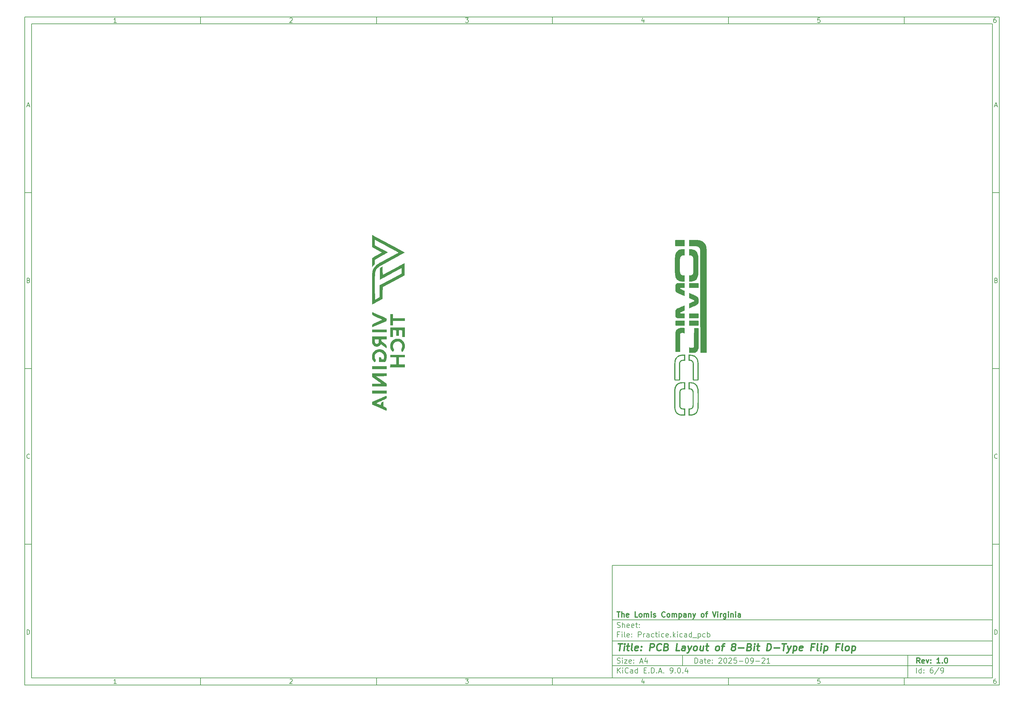
<source format=gbr>
%TF.GenerationSoftware,KiCad,Pcbnew,9.0.4*%
%TF.CreationDate,2025-09-21T01:40:17-04:00*%
%TF.ProjectId,Practice,50726163-7469-4636-952e-6b696361645f,1.0*%
%TF.SameCoordinates,Original*%
%TF.FileFunction,Legend,Bot*%
%TF.FilePolarity,Positive*%
%FSLAX46Y46*%
G04 Gerber Fmt 4.6, Leading zero omitted, Abs format (unit mm)*
G04 Created by KiCad (PCBNEW 9.0.4) date 2025-09-21 01:40:17*
%MOMM*%
%LPD*%
G01*
G04 APERTURE LIST*
%ADD10C,0.100000*%
%ADD11C,0.150000*%
%ADD12C,0.300000*%
%ADD13C,0.400000*%
%ADD14C,0.000000*%
G04 APERTURE END LIST*
D10*
D11*
X177002200Y-166007200D02*
X285002200Y-166007200D01*
X285002200Y-198007200D01*
X177002200Y-198007200D01*
X177002200Y-166007200D01*
D10*
D11*
X10000000Y-10000000D02*
X287002200Y-10000000D01*
X287002200Y-200007200D01*
X10000000Y-200007200D01*
X10000000Y-10000000D01*
D10*
D11*
X12000000Y-12000000D02*
X285002200Y-12000000D01*
X285002200Y-198007200D01*
X12000000Y-198007200D01*
X12000000Y-12000000D01*
D10*
D11*
X60000000Y-12000000D02*
X60000000Y-10000000D01*
D10*
D11*
X110000000Y-12000000D02*
X110000000Y-10000000D01*
D10*
D11*
X160000000Y-12000000D02*
X160000000Y-10000000D01*
D10*
D11*
X210000000Y-12000000D02*
X210000000Y-10000000D01*
D10*
D11*
X260000000Y-12000000D02*
X260000000Y-10000000D01*
D10*
D11*
X36089160Y-11593604D02*
X35346303Y-11593604D01*
X35717731Y-11593604D02*
X35717731Y-10293604D01*
X35717731Y-10293604D02*
X35593922Y-10479319D01*
X35593922Y-10479319D02*
X35470112Y-10603128D01*
X35470112Y-10603128D02*
X35346303Y-10665033D01*
D10*
D11*
X85346303Y-10417414D02*
X85408207Y-10355509D01*
X85408207Y-10355509D02*
X85532017Y-10293604D01*
X85532017Y-10293604D02*
X85841541Y-10293604D01*
X85841541Y-10293604D02*
X85965350Y-10355509D01*
X85965350Y-10355509D02*
X86027255Y-10417414D01*
X86027255Y-10417414D02*
X86089160Y-10541223D01*
X86089160Y-10541223D02*
X86089160Y-10665033D01*
X86089160Y-10665033D02*
X86027255Y-10850747D01*
X86027255Y-10850747D02*
X85284398Y-11593604D01*
X85284398Y-11593604D02*
X86089160Y-11593604D01*
D10*
D11*
X135284398Y-10293604D02*
X136089160Y-10293604D01*
X136089160Y-10293604D02*
X135655826Y-10788842D01*
X135655826Y-10788842D02*
X135841541Y-10788842D01*
X135841541Y-10788842D02*
X135965350Y-10850747D01*
X135965350Y-10850747D02*
X136027255Y-10912652D01*
X136027255Y-10912652D02*
X136089160Y-11036461D01*
X136089160Y-11036461D02*
X136089160Y-11345985D01*
X136089160Y-11345985D02*
X136027255Y-11469795D01*
X136027255Y-11469795D02*
X135965350Y-11531700D01*
X135965350Y-11531700D02*
X135841541Y-11593604D01*
X135841541Y-11593604D02*
X135470112Y-11593604D01*
X135470112Y-11593604D02*
X135346303Y-11531700D01*
X135346303Y-11531700D02*
X135284398Y-11469795D01*
D10*
D11*
X185965350Y-10726938D02*
X185965350Y-11593604D01*
X185655826Y-10231700D02*
X185346303Y-11160271D01*
X185346303Y-11160271D02*
X186151064Y-11160271D01*
D10*
D11*
X236027255Y-10293604D02*
X235408207Y-10293604D01*
X235408207Y-10293604D02*
X235346303Y-10912652D01*
X235346303Y-10912652D02*
X235408207Y-10850747D01*
X235408207Y-10850747D02*
X235532017Y-10788842D01*
X235532017Y-10788842D02*
X235841541Y-10788842D01*
X235841541Y-10788842D02*
X235965350Y-10850747D01*
X235965350Y-10850747D02*
X236027255Y-10912652D01*
X236027255Y-10912652D02*
X236089160Y-11036461D01*
X236089160Y-11036461D02*
X236089160Y-11345985D01*
X236089160Y-11345985D02*
X236027255Y-11469795D01*
X236027255Y-11469795D02*
X235965350Y-11531700D01*
X235965350Y-11531700D02*
X235841541Y-11593604D01*
X235841541Y-11593604D02*
X235532017Y-11593604D01*
X235532017Y-11593604D02*
X235408207Y-11531700D01*
X235408207Y-11531700D02*
X235346303Y-11469795D01*
D10*
D11*
X285965350Y-10293604D02*
X285717731Y-10293604D01*
X285717731Y-10293604D02*
X285593922Y-10355509D01*
X285593922Y-10355509D02*
X285532017Y-10417414D01*
X285532017Y-10417414D02*
X285408207Y-10603128D01*
X285408207Y-10603128D02*
X285346303Y-10850747D01*
X285346303Y-10850747D02*
X285346303Y-11345985D01*
X285346303Y-11345985D02*
X285408207Y-11469795D01*
X285408207Y-11469795D02*
X285470112Y-11531700D01*
X285470112Y-11531700D02*
X285593922Y-11593604D01*
X285593922Y-11593604D02*
X285841541Y-11593604D01*
X285841541Y-11593604D02*
X285965350Y-11531700D01*
X285965350Y-11531700D02*
X286027255Y-11469795D01*
X286027255Y-11469795D02*
X286089160Y-11345985D01*
X286089160Y-11345985D02*
X286089160Y-11036461D01*
X286089160Y-11036461D02*
X286027255Y-10912652D01*
X286027255Y-10912652D02*
X285965350Y-10850747D01*
X285965350Y-10850747D02*
X285841541Y-10788842D01*
X285841541Y-10788842D02*
X285593922Y-10788842D01*
X285593922Y-10788842D02*
X285470112Y-10850747D01*
X285470112Y-10850747D02*
X285408207Y-10912652D01*
X285408207Y-10912652D02*
X285346303Y-11036461D01*
D10*
D11*
X60000000Y-198007200D02*
X60000000Y-200007200D01*
D10*
D11*
X110000000Y-198007200D02*
X110000000Y-200007200D01*
D10*
D11*
X160000000Y-198007200D02*
X160000000Y-200007200D01*
D10*
D11*
X210000000Y-198007200D02*
X210000000Y-200007200D01*
D10*
D11*
X260000000Y-198007200D02*
X260000000Y-200007200D01*
D10*
D11*
X36089160Y-199600804D02*
X35346303Y-199600804D01*
X35717731Y-199600804D02*
X35717731Y-198300804D01*
X35717731Y-198300804D02*
X35593922Y-198486519D01*
X35593922Y-198486519D02*
X35470112Y-198610328D01*
X35470112Y-198610328D02*
X35346303Y-198672233D01*
D10*
D11*
X85346303Y-198424614D02*
X85408207Y-198362709D01*
X85408207Y-198362709D02*
X85532017Y-198300804D01*
X85532017Y-198300804D02*
X85841541Y-198300804D01*
X85841541Y-198300804D02*
X85965350Y-198362709D01*
X85965350Y-198362709D02*
X86027255Y-198424614D01*
X86027255Y-198424614D02*
X86089160Y-198548423D01*
X86089160Y-198548423D02*
X86089160Y-198672233D01*
X86089160Y-198672233D02*
X86027255Y-198857947D01*
X86027255Y-198857947D02*
X85284398Y-199600804D01*
X85284398Y-199600804D02*
X86089160Y-199600804D01*
D10*
D11*
X135284398Y-198300804D02*
X136089160Y-198300804D01*
X136089160Y-198300804D02*
X135655826Y-198796042D01*
X135655826Y-198796042D02*
X135841541Y-198796042D01*
X135841541Y-198796042D02*
X135965350Y-198857947D01*
X135965350Y-198857947D02*
X136027255Y-198919852D01*
X136027255Y-198919852D02*
X136089160Y-199043661D01*
X136089160Y-199043661D02*
X136089160Y-199353185D01*
X136089160Y-199353185D02*
X136027255Y-199476995D01*
X136027255Y-199476995D02*
X135965350Y-199538900D01*
X135965350Y-199538900D02*
X135841541Y-199600804D01*
X135841541Y-199600804D02*
X135470112Y-199600804D01*
X135470112Y-199600804D02*
X135346303Y-199538900D01*
X135346303Y-199538900D02*
X135284398Y-199476995D01*
D10*
D11*
X185965350Y-198734138D02*
X185965350Y-199600804D01*
X185655826Y-198238900D02*
X185346303Y-199167471D01*
X185346303Y-199167471D02*
X186151064Y-199167471D01*
D10*
D11*
X236027255Y-198300804D02*
X235408207Y-198300804D01*
X235408207Y-198300804D02*
X235346303Y-198919852D01*
X235346303Y-198919852D02*
X235408207Y-198857947D01*
X235408207Y-198857947D02*
X235532017Y-198796042D01*
X235532017Y-198796042D02*
X235841541Y-198796042D01*
X235841541Y-198796042D02*
X235965350Y-198857947D01*
X235965350Y-198857947D02*
X236027255Y-198919852D01*
X236027255Y-198919852D02*
X236089160Y-199043661D01*
X236089160Y-199043661D02*
X236089160Y-199353185D01*
X236089160Y-199353185D02*
X236027255Y-199476995D01*
X236027255Y-199476995D02*
X235965350Y-199538900D01*
X235965350Y-199538900D02*
X235841541Y-199600804D01*
X235841541Y-199600804D02*
X235532017Y-199600804D01*
X235532017Y-199600804D02*
X235408207Y-199538900D01*
X235408207Y-199538900D02*
X235346303Y-199476995D01*
D10*
D11*
X285965350Y-198300804D02*
X285717731Y-198300804D01*
X285717731Y-198300804D02*
X285593922Y-198362709D01*
X285593922Y-198362709D02*
X285532017Y-198424614D01*
X285532017Y-198424614D02*
X285408207Y-198610328D01*
X285408207Y-198610328D02*
X285346303Y-198857947D01*
X285346303Y-198857947D02*
X285346303Y-199353185D01*
X285346303Y-199353185D02*
X285408207Y-199476995D01*
X285408207Y-199476995D02*
X285470112Y-199538900D01*
X285470112Y-199538900D02*
X285593922Y-199600804D01*
X285593922Y-199600804D02*
X285841541Y-199600804D01*
X285841541Y-199600804D02*
X285965350Y-199538900D01*
X285965350Y-199538900D02*
X286027255Y-199476995D01*
X286027255Y-199476995D02*
X286089160Y-199353185D01*
X286089160Y-199353185D02*
X286089160Y-199043661D01*
X286089160Y-199043661D02*
X286027255Y-198919852D01*
X286027255Y-198919852D02*
X285965350Y-198857947D01*
X285965350Y-198857947D02*
X285841541Y-198796042D01*
X285841541Y-198796042D02*
X285593922Y-198796042D01*
X285593922Y-198796042D02*
X285470112Y-198857947D01*
X285470112Y-198857947D02*
X285408207Y-198919852D01*
X285408207Y-198919852D02*
X285346303Y-199043661D01*
D10*
D11*
X10000000Y-60000000D02*
X12000000Y-60000000D01*
D10*
D11*
X10000000Y-110000000D02*
X12000000Y-110000000D01*
D10*
D11*
X10000000Y-160000000D02*
X12000000Y-160000000D01*
D10*
D11*
X10690476Y-35222176D02*
X11309523Y-35222176D01*
X10566666Y-35593604D02*
X10999999Y-34293604D01*
X10999999Y-34293604D02*
X11433333Y-35593604D01*
D10*
D11*
X11092857Y-84912652D02*
X11278571Y-84974557D01*
X11278571Y-84974557D02*
X11340476Y-85036461D01*
X11340476Y-85036461D02*
X11402380Y-85160271D01*
X11402380Y-85160271D02*
X11402380Y-85345985D01*
X11402380Y-85345985D02*
X11340476Y-85469795D01*
X11340476Y-85469795D02*
X11278571Y-85531700D01*
X11278571Y-85531700D02*
X11154761Y-85593604D01*
X11154761Y-85593604D02*
X10659523Y-85593604D01*
X10659523Y-85593604D02*
X10659523Y-84293604D01*
X10659523Y-84293604D02*
X11092857Y-84293604D01*
X11092857Y-84293604D02*
X11216666Y-84355509D01*
X11216666Y-84355509D02*
X11278571Y-84417414D01*
X11278571Y-84417414D02*
X11340476Y-84541223D01*
X11340476Y-84541223D02*
X11340476Y-84665033D01*
X11340476Y-84665033D02*
X11278571Y-84788842D01*
X11278571Y-84788842D02*
X11216666Y-84850747D01*
X11216666Y-84850747D02*
X11092857Y-84912652D01*
X11092857Y-84912652D02*
X10659523Y-84912652D01*
D10*
D11*
X11402380Y-135469795D02*
X11340476Y-135531700D01*
X11340476Y-135531700D02*
X11154761Y-135593604D01*
X11154761Y-135593604D02*
X11030952Y-135593604D01*
X11030952Y-135593604D02*
X10845238Y-135531700D01*
X10845238Y-135531700D02*
X10721428Y-135407890D01*
X10721428Y-135407890D02*
X10659523Y-135284080D01*
X10659523Y-135284080D02*
X10597619Y-135036461D01*
X10597619Y-135036461D02*
X10597619Y-134850747D01*
X10597619Y-134850747D02*
X10659523Y-134603128D01*
X10659523Y-134603128D02*
X10721428Y-134479319D01*
X10721428Y-134479319D02*
X10845238Y-134355509D01*
X10845238Y-134355509D02*
X11030952Y-134293604D01*
X11030952Y-134293604D02*
X11154761Y-134293604D01*
X11154761Y-134293604D02*
X11340476Y-134355509D01*
X11340476Y-134355509D02*
X11402380Y-134417414D01*
D10*
D11*
X10659523Y-185593604D02*
X10659523Y-184293604D01*
X10659523Y-184293604D02*
X10969047Y-184293604D01*
X10969047Y-184293604D02*
X11154761Y-184355509D01*
X11154761Y-184355509D02*
X11278571Y-184479319D01*
X11278571Y-184479319D02*
X11340476Y-184603128D01*
X11340476Y-184603128D02*
X11402380Y-184850747D01*
X11402380Y-184850747D02*
X11402380Y-185036461D01*
X11402380Y-185036461D02*
X11340476Y-185284080D01*
X11340476Y-185284080D02*
X11278571Y-185407890D01*
X11278571Y-185407890D02*
X11154761Y-185531700D01*
X11154761Y-185531700D02*
X10969047Y-185593604D01*
X10969047Y-185593604D02*
X10659523Y-185593604D01*
D10*
D11*
X287002200Y-60000000D02*
X285002200Y-60000000D01*
D10*
D11*
X287002200Y-110000000D02*
X285002200Y-110000000D01*
D10*
D11*
X287002200Y-160000000D02*
X285002200Y-160000000D01*
D10*
D11*
X285692676Y-35222176D02*
X286311723Y-35222176D01*
X285568866Y-35593604D02*
X286002199Y-34293604D01*
X286002199Y-34293604D02*
X286435533Y-35593604D01*
D10*
D11*
X286095057Y-84912652D02*
X286280771Y-84974557D01*
X286280771Y-84974557D02*
X286342676Y-85036461D01*
X286342676Y-85036461D02*
X286404580Y-85160271D01*
X286404580Y-85160271D02*
X286404580Y-85345985D01*
X286404580Y-85345985D02*
X286342676Y-85469795D01*
X286342676Y-85469795D02*
X286280771Y-85531700D01*
X286280771Y-85531700D02*
X286156961Y-85593604D01*
X286156961Y-85593604D02*
X285661723Y-85593604D01*
X285661723Y-85593604D02*
X285661723Y-84293604D01*
X285661723Y-84293604D02*
X286095057Y-84293604D01*
X286095057Y-84293604D02*
X286218866Y-84355509D01*
X286218866Y-84355509D02*
X286280771Y-84417414D01*
X286280771Y-84417414D02*
X286342676Y-84541223D01*
X286342676Y-84541223D02*
X286342676Y-84665033D01*
X286342676Y-84665033D02*
X286280771Y-84788842D01*
X286280771Y-84788842D02*
X286218866Y-84850747D01*
X286218866Y-84850747D02*
X286095057Y-84912652D01*
X286095057Y-84912652D02*
X285661723Y-84912652D01*
D10*
D11*
X286404580Y-135469795D02*
X286342676Y-135531700D01*
X286342676Y-135531700D02*
X286156961Y-135593604D01*
X286156961Y-135593604D02*
X286033152Y-135593604D01*
X286033152Y-135593604D02*
X285847438Y-135531700D01*
X285847438Y-135531700D02*
X285723628Y-135407890D01*
X285723628Y-135407890D02*
X285661723Y-135284080D01*
X285661723Y-135284080D02*
X285599819Y-135036461D01*
X285599819Y-135036461D02*
X285599819Y-134850747D01*
X285599819Y-134850747D02*
X285661723Y-134603128D01*
X285661723Y-134603128D02*
X285723628Y-134479319D01*
X285723628Y-134479319D02*
X285847438Y-134355509D01*
X285847438Y-134355509D02*
X286033152Y-134293604D01*
X286033152Y-134293604D02*
X286156961Y-134293604D01*
X286156961Y-134293604D02*
X286342676Y-134355509D01*
X286342676Y-134355509D02*
X286404580Y-134417414D01*
D10*
D11*
X285661723Y-185593604D02*
X285661723Y-184293604D01*
X285661723Y-184293604D02*
X285971247Y-184293604D01*
X285971247Y-184293604D02*
X286156961Y-184355509D01*
X286156961Y-184355509D02*
X286280771Y-184479319D01*
X286280771Y-184479319D02*
X286342676Y-184603128D01*
X286342676Y-184603128D02*
X286404580Y-184850747D01*
X286404580Y-184850747D02*
X286404580Y-185036461D01*
X286404580Y-185036461D02*
X286342676Y-185284080D01*
X286342676Y-185284080D02*
X286280771Y-185407890D01*
X286280771Y-185407890D02*
X286156961Y-185531700D01*
X286156961Y-185531700D02*
X285971247Y-185593604D01*
X285971247Y-185593604D02*
X285661723Y-185593604D01*
D10*
D11*
X200458026Y-193793328D02*
X200458026Y-192293328D01*
X200458026Y-192293328D02*
X200815169Y-192293328D01*
X200815169Y-192293328D02*
X201029455Y-192364757D01*
X201029455Y-192364757D02*
X201172312Y-192507614D01*
X201172312Y-192507614D02*
X201243741Y-192650471D01*
X201243741Y-192650471D02*
X201315169Y-192936185D01*
X201315169Y-192936185D02*
X201315169Y-193150471D01*
X201315169Y-193150471D02*
X201243741Y-193436185D01*
X201243741Y-193436185D02*
X201172312Y-193579042D01*
X201172312Y-193579042D02*
X201029455Y-193721900D01*
X201029455Y-193721900D02*
X200815169Y-193793328D01*
X200815169Y-193793328D02*
X200458026Y-193793328D01*
X202600884Y-193793328D02*
X202600884Y-193007614D01*
X202600884Y-193007614D02*
X202529455Y-192864757D01*
X202529455Y-192864757D02*
X202386598Y-192793328D01*
X202386598Y-192793328D02*
X202100884Y-192793328D01*
X202100884Y-192793328D02*
X201958026Y-192864757D01*
X202600884Y-193721900D02*
X202458026Y-193793328D01*
X202458026Y-193793328D02*
X202100884Y-193793328D01*
X202100884Y-193793328D02*
X201958026Y-193721900D01*
X201958026Y-193721900D02*
X201886598Y-193579042D01*
X201886598Y-193579042D02*
X201886598Y-193436185D01*
X201886598Y-193436185D02*
X201958026Y-193293328D01*
X201958026Y-193293328D02*
X202100884Y-193221900D01*
X202100884Y-193221900D02*
X202458026Y-193221900D01*
X202458026Y-193221900D02*
X202600884Y-193150471D01*
X203100884Y-192793328D02*
X203672312Y-192793328D01*
X203315169Y-192293328D02*
X203315169Y-193579042D01*
X203315169Y-193579042D02*
X203386598Y-193721900D01*
X203386598Y-193721900D02*
X203529455Y-193793328D01*
X203529455Y-193793328D02*
X203672312Y-193793328D01*
X204743741Y-193721900D02*
X204600884Y-193793328D01*
X204600884Y-193793328D02*
X204315170Y-193793328D01*
X204315170Y-193793328D02*
X204172312Y-193721900D01*
X204172312Y-193721900D02*
X204100884Y-193579042D01*
X204100884Y-193579042D02*
X204100884Y-193007614D01*
X204100884Y-193007614D02*
X204172312Y-192864757D01*
X204172312Y-192864757D02*
X204315170Y-192793328D01*
X204315170Y-192793328D02*
X204600884Y-192793328D01*
X204600884Y-192793328D02*
X204743741Y-192864757D01*
X204743741Y-192864757D02*
X204815170Y-193007614D01*
X204815170Y-193007614D02*
X204815170Y-193150471D01*
X204815170Y-193150471D02*
X204100884Y-193293328D01*
X205458026Y-193650471D02*
X205529455Y-193721900D01*
X205529455Y-193721900D02*
X205458026Y-193793328D01*
X205458026Y-193793328D02*
X205386598Y-193721900D01*
X205386598Y-193721900D02*
X205458026Y-193650471D01*
X205458026Y-193650471D02*
X205458026Y-193793328D01*
X205458026Y-192864757D02*
X205529455Y-192936185D01*
X205529455Y-192936185D02*
X205458026Y-193007614D01*
X205458026Y-193007614D02*
X205386598Y-192936185D01*
X205386598Y-192936185D02*
X205458026Y-192864757D01*
X205458026Y-192864757D02*
X205458026Y-193007614D01*
X207243741Y-192436185D02*
X207315169Y-192364757D01*
X207315169Y-192364757D02*
X207458027Y-192293328D01*
X207458027Y-192293328D02*
X207815169Y-192293328D01*
X207815169Y-192293328D02*
X207958027Y-192364757D01*
X207958027Y-192364757D02*
X208029455Y-192436185D01*
X208029455Y-192436185D02*
X208100884Y-192579042D01*
X208100884Y-192579042D02*
X208100884Y-192721900D01*
X208100884Y-192721900D02*
X208029455Y-192936185D01*
X208029455Y-192936185D02*
X207172312Y-193793328D01*
X207172312Y-193793328D02*
X208100884Y-193793328D01*
X209029455Y-192293328D02*
X209172312Y-192293328D01*
X209172312Y-192293328D02*
X209315169Y-192364757D01*
X209315169Y-192364757D02*
X209386598Y-192436185D01*
X209386598Y-192436185D02*
X209458026Y-192579042D01*
X209458026Y-192579042D02*
X209529455Y-192864757D01*
X209529455Y-192864757D02*
X209529455Y-193221900D01*
X209529455Y-193221900D02*
X209458026Y-193507614D01*
X209458026Y-193507614D02*
X209386598Y-193650471D01*
X209386598Y-193650471D02*
X209315169Y-193721900D01*
X209315169Y-193721900D02*
X209172312Y-193793328D01*
X209172312Y-193793328D02*
X209029455Y-193793328D01*
X209029455Y-193793328D02*
X208886598Y-193721900D01*
X208886598Y-193721900D02*
X208815169Y-193650471D01*
X208815169Y-193650471D02*
X208743740Y-193507614D01*
X208743740Y-193507614D02*
X208672312Y-193221900D01*
X208672312Y-193221900D02*
X208672312Y-192864757D01*
X208672312Y-192864757D02*
X208743740Y-192579042D01*
X208743740Y-192579042D02*
X208815169Y-192436185D01*
X208815169Y-192436185D02*
X208886598Y-192364757D01*
X208886598Y-192364757D02*
X209029455Y-192293328D01*
X210100883Y-192436185D02*
X210172311Y-192364757D01*
X210172311Y-192364757D02*
X210315169Y-192293328D01*
X210315169Y-192293328D02*
X210672311Y-192293328D01*
X210672311Y-192293328D02*
X210815169Y-192364757D01*
X210815169Y-192364757D02*
X210886597Y-192436185D01*
X210886597Y-192436185D02*
X210958026Y-192579042D01*
X210958026Y-192579042D02*
X210958026Y-192721900D01*
X210958026Y-192721900D02*
X210886597Y-192936185D01*
X210886597Y-192936185D02*
X210029454Y-193793328D01*
X210029454Y-193793328D02*
X210958026Y-193793328D01*
X212315168Y-192293328D02*
X211600882Y-192293328D01*
X211600882Y-192293328D02*
X211529454Y-193007614D01*
X211529454Y-193007614D02*
X211600882Y-192936185D01*
X211600882Y-192936185D02*
X211743740Y-192864757D01*
X211743740Y-192864757D02*
X212100882Y-192864757D01*
X212100882Y-192864757D02*
X212243740Y-192936185D01*
X212243740Y-192936185D02*
X212315168Y-193007614D01*
X212315168Y-193007614D02*
X212386597Y-193150471D01*
X212386597Y-193150471D02*
X212386597Y-193507614D01*
X212386597Y-193507614D02*
X212315168Y-193650471D01*
X212315168Y-193650471D02*
X212243740Y-193721900D01*
X212243740Y-193721900D02*
X212100882Y-193793328D01*
X212100882Y-193793328D02*
X211743740Y-193793328D01*
X211743740Y-193793328D02*
X211600882Y-193721900D01*
X211600882Y-193721900D02*
X211529454Y-193650471D01*
X213029453Y-193221900D02*
X214172311Y-193221900D01*
X215172311Y-192293328D02*
X215315168Y-192293328D01*
X215315168Y-192293328D02*
X215458025Y-192364757D01*
X215458025Y-192364757D02*
X215529454Y-192436185D01*
X215529454Y-192436185D02*
X215600882Y-192579042D01*
X215600882Y-192579042D02*
X215672311Y-192864757D01*
X215672311Y-192864757D02*
X215672311Y-193221900D01*
X215672311Y-193221900D02*
X215600882Y-193507614D01*
X215600882Y-193507614D02*
X215529454Y-193650471D01*
X215529454Y-193650471D02*
X215458025Y-193721900D01*
X215458025Y-193721900D02*
X215315168Y-193793328D01*
X215315168Y-193793328D02*
X215172311Y-193793328D01*
X215172311Y-193793328D02*
X215029454Y-193721900D01*
X215029454Y-193721900D02*
X214958025Y-193650471D01*
X214958025Y-193650471D02*
X214886596Y-193507614D01*
X214886596Y-193507614D02*
X214815168Y-193221900D01*
X214815168Y-193221900D02*
X214815168Y-192864757D01*
X214815168Y-192864757D02*
X214886596Y-192579042D01*
X214886596Y-192579042D02*
X214958025Y-192436185D01*
X214958025Y-192436185D02*
X215029454Y-192364757D01*
X215029454Y-192364757D02*
X215172311Y-192293328D01*
X216386596Y-193793328D02*
X216672310Y-193793328D01*
X216672310Y-193793328D02*
X216815167Y-193721900D01*
X216815167Y-193721900D02*
X216886596Y-193650471D01*
X216886596Y-193650471D02*
X217029453Y-193436185D01*
X217029453Y-193436185D02*
X217100882Y-193150471D01*
X217100882Y-193150471D02*
X217100882Y-192579042D01*
X217100882Y-192579042D02*
X217029453Y-192436185D01*
X217029453Y-192436185D02*
X216958025Y-192364757D01*
X216958025Y-192364757D02*
X216815167Y-192293328D01*
X216815167Y-192293328D02*
X216529453Y-192293328D01*
X216529453Y-192293328D02*
X216386596Y-192364757D01*
X216386596Y-192364757D02*
X216315167Y-192436185D01*
X216315167Y-192436185D02*
X216243739Y-192579042D01*
X216243739Y-192579042D02*
X216243739Y-192936185D01*
X216243739Y-192936185D02*
X216315167Y-193079042D01*
X216315167Y-193079042D02*
X216386596Y-193150471D01*
X216386596Y-193150471D02*
X216529453Y-193221900D01*
X216529453Y-193221900D02*
X216815167Y-193221900D01*
X216815167Y-193221900D02*
X216958025Y-193150471D01*
X216958025Y-193150471D02*
X217029453Y-193079042D01*
X217029453Y-193079042D02*
X217100882Y-192936185D01*
X217743738Y-193221900D02*
X218886596Y-193221900D01*
X219529453Y-192436185D02*
X219600881Y-192364757D01*
X219600881Y-192364757D02*
X219743739Y-192293328D01*
X219743739Y-192293328D02*
X220100881Y-192293328D01*
X220100881Y-192293328D02*
X220243739Y-192364757D01*
X220243739Y-192364757D02*
X220315167Y-192436185D01*
X220315167Y-192436185D02*
X220386596Y-192579042D01*
X220386596Y-192579042D02*
X220386596Y-192721900D01*
X220386596Y-192721900D02*
X220315167Y-192936185D01*
X220315167Y-192936185D02*
X219458024Y-193793328D01*
X219458024Y-193793328D02*
X220386596Y-193793328D01*
X221815167Y-193793328D02*
X220958024Y-193793328D01*
X221386595Y-193793328D02*
X221386595Y-192293328D01*
X221386595Y-192293328D02*
X221243738Y-192507614D01*
X221243738Y-192507614D02*
X221100881Y-192650471D01*
X221100881Y-192650471D02*
X220958024Y-192721900D01*
D10*
D11*
X177002200Y-194507200D02*
X285002200Y-194507200D01*
D10*
D11*
X178458026Y-196593328D02*
X178458026Y-195093328D01*
X179315169Y-196593328D02*
X178672312Y-195736185D01*
X179315169Y-195093328D02*
X178458026Y-195950471D01*
X179958026Y-196593328D02*
X179958026Y-195593328D01*
X179958026Y-195093328D02*
X179886598Y-195164757D01*
X179886598Y-195164757D02*
X179958026Y-195236185D01*
X179958026Y-195236185D02*
X180029455Y-195164757D01*
X180029455Y-195164757D02*
X179958026Y-195093328D01*
X179958026Y-195093328D02*
X179958026Y-195236185D01*
X181529455Y-196450471D02*
X181458027Y-196521900D01*
X181458027Y-196521900D02*
X181243741Y-196593328D01*
X181243741Y-196593328D02*
X181100884Y-196593328D01*
X181100884Y-196593328D02*
X180886598Y-196521900D01*
X180886598Y-196521900D02*
X180743741Y-196379042D01*
X180743741Y-196379042D02*
X180672312Y-196236185D01*
X180672312Y-196236185D02*
X180600884Y-195950471D01*
X180600884Y-195950471D02*
X180600884Y-195736185D01*
X180600884Y-195736185D02*
X180672312Y-195450471D01*
X180672312Y-195450471D02*
X180743741Y-195307614D01*
X180743741Y-195307614D02*
X180886598Y-195164757D01*
X180886598Y-195164757D02*
X181100884Y-195093328D01*
X181100884Y-195093328D02*
X181243741Y-195093328D01*
X181243741Y-195093328D02*
X181458027Y-195164757D01*
X181458027Y-195164757D02*
X181529455Y-195236185D01*
X182815170Y-196593328D02*
X182815170Y-195807614D01*
X182815170Y-195807614D02*
X182743741Y-195664757D01*
X182743741Y-195664757D02*
X182600884Y-195593328D01*
X182600884Y-195593328D02*
X182315170Y-195593328D01*
X182315170Y-195593328D02*
X182172312Y-195664757D01*
X182815170Y-196521900D02*
X182672312Y-196593328D01*
X182672312Y-196593328D02*
X182315170Y-196593328D01*
X182315170Y-196593328D02*
X182172312Y-196521900D01*
X182172312Y-196521900D02*
X182100884Y-196379042D01*
X182100884Y-196379042D02*
X182100884Y-196236185D01*
X182100884Y-196236185D02*
X182172312Y-196093328D01*
X182172312Y-196093328D02*
X182315170Y-196021900D01*
X182315170Y-196021900D02*
X182672312Y-196021900D01*
X182672312Y-196021900D02*
X182815170Y-195950471D01*
X184172313Y-196593328D02*
X184172313Y-195093328D01*
X184172313Y-196521900D02*
X184029455Y-196593328D01*
X184029455Y-196593328D02*
X183743741Y-196593328D01*
X183743741Y-196593328D02*
X183600884Y-196521900D01*
X183600884Y-196521900D02*
X183529455Y-196450471D01*
X183529455Y-196450471D02*
X183458027Y-196307614D01*
X183458027Y-196307614D02*
X183458027Y-195879042D01*
X183458027Y-195879042D02*
X183529455Y-195736185D01*
X183529455Y-195736185D02*
X183600884Y-195664757D01*
X183600884Y-195664757D02*
X183743741Y-195593328D01*
X183743741Y-195593328D02*
X184029455Y-195593328D01*
X184029455Y-195593328D02*
X184172313Y-195664757D01*
X186029455Y-195807614D02*
X186529455Y-195807614D01*
X186743741Y-196593328D02*
X186029455Y-196593328D01*
X186029455Y-196593328D02*
X186029455Y-195093328D01*
X186029455Y-195093328D02*
X186743741Y-195093328D01*
X187386598Y-196450471D02*
X187458027Y-196521900D01*
X187458027Y-196521900D02*
X187386598Y-196593328D01*
X187386598Y-196593328D02*
X187315170Y-196521900D01*
X187315170Y-196521900D02*
X187386598Y-196450471D01*
X187386598Y-196450471D02*
X187386598Y-196593328D01*
X188100884Y-196593328D02*
X188100884Y-195093328D01*
X188100884Y-195093328D02*
X188458027Y-195093328D01*
X188458027Y-195093328D02*
X188672313Y-195164757D01*
X188672313Y-195164757D02*
X188815170Y-195307614D01*
X188815170Y-195307614D02*
X188886599Y-195450471D01*
X188886599Y-195450471D02*
X188958027Y-195736185D01*
X188958027Y-195736185D02*
X188958027Y-195950471D01*
X188958027Y-195950471D02*
X188886599Y-196236185D01*
X188886599Y-196236185D02*
X188815170Y-196379042D01*
X188815170Y-196379042D02*
X188672313Y-196521900D01*
X188672313Y-196521900D02*
X188458027Y-196593328D01*
X188458027Y-196593328D02*
X188100884Y-196593328D01*
X189600884Y-196450471D02*
X189672313Y-196521900D01*
X189672313Y-196521900D02*
X189600884Y-196593328D01*
X189600884Y-196593328D02*
X189529456Y-196521900D01*
X189529456Y-196521900D02*
X189600884Y-196450471D01*
X189600884Y-196450471D02*
X189600884Y-196593328D01*
X190243742Y-196164757D02*
X190958028Y-196164757D01*
X190100885Y-196593328D02*
X190600885Y-195093328D01*
X190600885Y-195093328D02*
X191100885Y-196593328D01*
X191600884Y-196450471D02*
X191672313Y-196521900D01*
X191672313Y-196521900D02*
X191600884Y-196593328D01*
X191600884Y-196593328D02*
X191529456Y-196521900D01*
X191529456Y-196521900D02*
X191600884Y-196450471D01*
X191600884Y-196450471D02*
X191600884Y-196593328D01*
X193529456Y-196593328D02*
X193815170Y-196593328D01*
X193815170Y-196593328D02*
X193958027Y-196521900D01*
X193958027Y-196521900D02*
X194029456Y-196450471D01*
X194029456Y-196450471D02*
X194172313Y-196236185D01*
X194172313Y-196236185D02*
X194243742Y-195950471D01*
X194243742Y-195950471D02*
X194243742Y-195379042D01*
X194243742Y-195379042D02*
X194172313Y-195236185D01*
X194172313Y-195236185D02*
X194100885Y-195164757D01*
X194100885Y-195164757D02*
X193958027Y-195093328D01*
X193958027Y-195093328D02*
X193672313Y-195093328D01*
X193672313Y-195093328D02*
X193529456Y-195164757D01*
X193529456Y-195164757D02*
X193458027Y-195236185D01*
X193458027Y-195236185D02*
X193386599Y-195379042D01*
X193386599Y-195379042D02*
X193386599Y-195736185D01*
X193386599Y-195736185D02*
X193458027Y-195879042D01*
X193458027Y-195879042D02*
X193529456Y-195950471D01*
X193529456Y-195950471D02*
X193672313Y-196021900D01*
X193672313Y-196021900D02*
X193958027Y-196021900D01*
X193958027Y-196021900D02*
X194100885Y-195950471D01*
X194100885Y-195950471D02*
X194172313Y-195879042D01*
X194172313Y-195879042D02*
X194243742Y-195736185D01*
X194886598Y-196450471D02*
X194958027Y-196521900D01*
X194958027Y-196521900D02*
X194886598Y-196593328D01*
X194886598Y-196593328D02*
X194815170Y-196521900D01*
X194815170Y-196521900D02*
X194886598Y-196450471D01*
X194886598Y-196450471D02*
X194886598Y-196593328D01*
X195886599Y-195093328D02*
X196029456Y-195093328D01*
X196029456Y-195093328D02*
X196172313Y-195164757D01*
X196172313Y-195164757D02*
X196243742Y-195236185D01*
X196243742Y-195236185D02*
X196315170Y-195379042D01*
X196315170Y-195379042D02*
X196386599Y-195664757D01*
X196386599Y-195664757D02*
X196386599Y-196021900D01*
X196386599Y-196021900D02*
X196315170Y-196307614D01*
X196315170Y-196307614D02*
X196243742Y-196450471D01*
X196243742Y-196450471D02*
X196172313Y-196521900D01*
X196172313Y-196521900D02*
X196029456Y-196593328D01*
X196029456Y-196593328D02*
X195886599Y-196593328D01*
X195886599Y-196593328D02*
X195743742Y-196521900D01*
X195743742Y-196521900D02*
X195672313Y-196450471D01*
X195672313Y-196450471D02*
X195600884Y-196307614D01*
X195600884Y-196307614D02*
X195529456Y-196021900D01*
X195529456Y-196021900D02*
X195529456Y-195664757D01*
X195529456Y-195664757D02*
X195600884Y-195379042D01*
X195600884Y-195379042D02*
X195672313Y-195236185D01*
X195672313Y-195236185D02*
X195743742Y-195164757D01*
X195743742Y-195164757D02*
X195886599Y-195093328D01*
X197029455Y-196450471D02*
X197100884Y-196521900D01*
X197100884Y-196521900D02*
X197029455Y-196593328D01*
X197029455Y-196593328D02*
X196958027Y-196521900D01*
X196958027Y-196521900D02*
X197029455Y-196450471D01*
X197029455Y-196450471D02*
X197029455Y-196593328D01*
X198386599Y-195593328D02*
X198386599Y-196593328D01*
X198029456Y-195021900D02*
X197672313Y-196093328D01*
X197672313Y-196093328D02*
X198600884Y-196093328D01*
D10*
D11*
X177002200Y-191507200D02*
X285002200Y-191507200D01*
D10*
D12*
X264413853Y-193785528D02*
X263913853Y-193071242D01*
X263556710Y-193785528D02*
X263556710Y-192285528D01*
X263556710Y-192285528D02*
X264128139Y-192285528D01*
X264128139Y-192285528D02*
X264270996Y-192356957D01*
X264270996Y-192356957D02*
X264342425Y-192428385D01*
X264342425Y-192428385D02*
X264413853Y-192571242D01*
X264413853Y-192571242D02*
X264413853Y-192785528D01*
X264413853Y-192785528D02*
X264342425Y-192928385D01*
X264342425Y-192928385D02*
X264270996Y-192999814D01*
X264270996Y-192999814D02*
X264128139Y-193071242D01*
X264128139Y-193071242D02*
X263556710Y-193071242D01*
X265628139Y-193714100D02*
X265485282Y-193785528D01*
X265485282Y-193785528D02*
X265199568Y-193785528D01*
X265199568Y-193785528D02*
X265056710Y-193714100D01*
X265056710Y-193714100D02*
X264985282Y-193571242D01*
X264985282Y-193571242D02*
X264985282Y-192999814D01*
X264985282Y-192999814D02*
X265056710Y-192856957D01*
X265056710Y-192856957D02*
X265199568Y-192785528D01*
X265199568Y-192785528D02*
X265485282Y-192785528D01*
X265485282Y-192785528D02*
X265628139Y-192856957D01*
X265628139Y-192856957D02*
X265699568Y-192999814D01*
X265699568Y-192999814D02*
X265699568Y-193142671D01*
X265699568Y-193142671D02*
X264985282Y-193285528D01*
X266199567Y-192785528D02*
X266556710Y-193785528D01*
X266556710Y-193785528D02*
X266913853Y-192785528D01*
X267485281Y-193642671D02*
X267556710Y-193714100D01*
X267556710Y-193714100D02*
X267485281Y-193785528D01*
X267485281Y-193785528D02*
X267413853Y-193714100D01*
X267413853Y-193714100D02*
X267485281Y-193642671D01*
X267485281Y-193642671D02*
X267485281Y-193785528D01*
X267485281Y-192856957D02*
X267556710Y-192928385D01*
X267556710Y-192928385D02*
X267485281Y-192999814D01*
X267485281Y-192999814D02*
X267413853Y-192928385D01*
X267413853Y-192928385D02*
X267485281Y-192856957D01*
X267485281Y-192856957D02*
X267485281Y-192999814D01*
X270128139Y-193785528D02*
X269270996Y-193785528D01*
X269699567Y-193785528D02*
X269699567Y-192285528D01*
X269699567Y-192285528D02*
X269556710Y-192499814D01*
X269556710Y-192499814D02*
X269413853Y-192642671D01*
X269413853Y-192642671D02*
X269270996Y-192714100D01*
X270770995Y-193642671D02*
X270842424Y-193714100D01*
X270842424Y-193714100D02*
X270770995Y-193785528D01*
X270770995Y-193785528D02*
X270699567Y-193714100D01*
X270699567Y-193714100D02*
X270770995Y-193642671D01*
X270770995Y-193642671D02*
X270770995Y-193785528D01*
X271770996Y-192285528D02*
X271913853Y-192285528D01*
X271913853Y-192285528D02*
X272056710Y-192356957D01*
X272056710Y-192356957D02*
X272128139Y-192428385D01*
X272128139Y-192428385D02*
X272199567Y-192571242D01*
X272199567Y-192571242D02*
X272270996Y-192856957D01*
X272270996Y-192856957D02*
X272270996Y-193214100D01*
X272270996Y-193214100D02*
X272199567Y-193499814D01*
X272199567Y-193499814D02*
X272128139Y-193642671D01*
X272128139Y-193642671D02*
X272056710Y-193714100D01*
X272056710Y-193714100D02*
X271913853Y-193785528D01*
X271913853Y-193785528D02*
X271770996Y-193785528D01*
X271770996Y-193785528D02*
X271628139Y-193714100D01*
X271628139Y-193714100D02*
X271556710Y-193642671D01*
X271556710Y-193642671D02*
X271485281Y-193499814D01*
X271485281Y-193499814D02*
X271413853Y-193214100D01*
X271413853Y-193214100D02*
X271413853Y-192856957D01*
X271413853Y-192856957D02*
X271485281Y-192571242D01*
X271485281Y-192571242D02*
X271556710Y-192428385D01*
X271556710Y-192428385D02*
X271628139Y-192356957D01*
X271628139Y-192356957D02*
X271770996Y-192285528D01*
D10*
D11*
X178386598Y-193721900D02*
X178600884Y-193793328D01*
X178600884Y-193793328D02*
X178958026Y-193793328D01*
X178958026Y-193793328D02*
X179100884Y-193721900D01*
X179100884Y-193721900D02*
X179172312Y-193650471D01*
X179172312Y-193650471D02*
X179243741Y-193507614D01*
X179243741Y-193507614D02*
X179243741Y-193364757D01*
X179243741Y-193364757D02*
X179172312Y-193221900D01*
X179172312Y-193221900D02*
X179100884Y-193150471D01*
X179100884Y-193150471D02*
X178958026Y-193079042D01*
X178958026Y-193079042D02*
X178672312Y-193007614D01*
X178672312Y-193007614D02*
X178529455Y-192936185D01*
X178529455Y-192936185D02*
X178458026Y-192864757D01*
X178458026Y-192864757D02*
X178386598Y-192721900D01*
X178386598Y-192721900D02*
X178386598Y-192579042D01*
X178386598Y-192579042D02*
X178458026Y-192436185D01*
X178458026Y-192436185D02*
X178529455Y-192364757D01*
X178529455Y-192364757D02*
X178672312Y-192293328D01*
X178672312Y-192293328D02*
X179029455Y-192293328D01*
X179029455Y-192293328D02*
X179243741Y-192364757D01*
X179886597Y-193793328D02*
X179886597Y-192793328D01*
X179886597Y-192293328D02*
X179815169Y-192364757D01*
X179815169Y-192364757D02*
X179886597Y-192436185D01*
X179886597Y-192436185D02*
X179958026Y-192364757D01*
X179958026Y-192364757D02*
X179886597Y-192293328D01*
X179886597Y-192293328D02*
X179886597Y-192436185D01*
X180458026Y-192793328D02*
X181243741Y-192793328D01*
X181243741Y-192793328D02*
X180458026Y-193793328D01*
X180458026Y-193793328D02*
X181243741Y-193793328D01*
X182386598Y-193721900D02*
X182243741Y-193793328D01*
X182243741Y-193793328D02*
X181958027Y-193793328D01*
X181958027Y-193793328D02*
X181815169Y-193721900D01*
X181815169Y-193721900D02*
X181743741Y-193579042D01*
X181743741Y-193579042D02*
X181743741Y-193007614D01*
X181743741Y-193007614D02*
X181815169Y-192864757D01*
X181815169Y-192864757D02*
X181958027Y-192793328D01*
X181958027Y-192793328D02*
X182243741Y-192793328D01*
X182243741Y-192793328D02*
X182386598Y-192864757D01*
X182386598Y-192864757D02*
X182458027Y-193007614D01*
X182458027Y-193007614D02*
X182458027Y-193150471D01*
X182458027Y-193150471D02*
X181743741Y-193293328D01*
X183100883Y-193650471D02*
X183172312Y-193721900D01*
X183172312Y-193721900D02*
X183100883Y-193793328D01*
X183100883Y-193793328D02*
X183029455Y-193721900D01*
X183029455Y-193721900D02*
X183100883Y-193650471D01*
X183100883Y-193650471D02*
X183100883Y-193793328D01*
X183100883Y-192864757D02*
X183172312Y-192936185D01*
X183172312Y-192936185D02*
X183100883Y-193007614D01*
X183100883Y-193007614D02*
X183029455Y-192936185D01*
X183029455Y-192936185D02*
X183100883Y-192864757D01*
X183100883Y-192864757D02*
X183100883Y-193007614D01*
X184886598Y-193364757D02*
X185600884Y-193364757D01*
X184743741Y-193793328D02*
X185243741Y-192293328D01*
X185243741Y-192293328D02*
X185743741Y-193793328D01*
X186886598Y-192793328D02*
X186886598Y-193793328D01*
X186529455Y-192221900D02*
X186172312Y-193293328D01*
X186172312Y-193293328D02*
X187100883Y-193293328D01*
D10*
D11*
X263458026Y-196593328D02*
X263458026Y-195093328D01*
X264815170Y-196593328D02*
X264815170Y-195093328D01*
X264815170Y-196521900D02*
X264672312Y-196593328D01*
X264672312Y-196593328D02*
X264386598Y-196593328D01*
X264386598Y-196593328D02*
X264243741Y-196521900D01*
X264243741Y-196521900D02*
X264172312Y-196450471D01*
X264172312Y-196450471D02*
X264100884Y-196307614D01*
X264100884Y-196307614D02*
X264100884Y-195879042D01*
X264100884Y-195879042D02*
X264172312Y-195736185D01*
X264172312Y-195736185D02*
X264243741Y-195664757D01*
X264243741Y-195664757D02*
X264386598Y-195593328D01*
X264386598Y-195593328D02*
X264672312Y-195593328D01*
X264672312Y-195593328D02*
X264815170Y-195664757D01*
X265529455Y-196450471D02*
X265600884Y-196521900D01*
X265600884Y-196521900D02*
X265529455Y-196593328D01*
X265529455Y-196593328D02*
X265458027Y-196521900D01*
X265458027Y-196521900D02*
X265529455Y-196450471D01*
X265529455Y-196450471D02*
X265529455Y-196593328D01*
X265529455Y-195664757D02*
X265600884Y-195736185D01*
X265600884Y-195736185D02*
X265529455Y-195807614D01*
X265529455Y-195807614D02*
X265458027Y-195736185D01*
X265458027Y-195736185D02*
X265529455Y-195664757D01*
X265529455Y-195664757D02*
X265529455Y-195807614D01*
X268029456Y-195093328D02*
X267743741Y-195093328D01*
X267743741Y-195093328D02*
X267600884Y-195164757D01*
X267600884Y-195164757D02*
X267529456Y-195236185D01*
X267529456Y-195236185D02*
X267386598Y-195450471D01*
X267386598Y-195450471D02*
X267315170Y-195736185D01*
X267315170Y-195736185D02*
X267315170Y-196307614D01*
X267315170Y-196307614D02*
X267386598Y-196450471D01*
X267386598Y-196450471D02*
X267458027Y-196521900D01*
X267458027Y-196521900D02*
X267600884Y-196593328D01*
X267600884Y-196593328D02*
X267886598Y-196593328D01*
X267886598Y-196593328D02*
X268029456Y-196521900D01*
X268029456Y-196521900D02*
X268100884Y-196450471D01*
X268100884Y-196450471D02*
X268172313Y-196307614D01*
X268172313Y-196307614D02*
X268172313Y-195950471D01*
X268172313Y-195950471D02*
X268100884Y-195807614D01*
X268100884Y-195807614D02*
X268029456Y-195736185D01*
X268029456Y-195736185D02*
X267886598Y-195664757D01*
X267886598Y-195664757D02*
X267600884Y-195664757D01*
X267600884Y-195664757D02*
X267458027Y-195736185D01*
X267458027Y-195736185D02*
X267386598Y-195807614D01*
X267386598Y-195807614D02*
X267315170Y-195950471D01*
X269886598Y-195021900D02*
X268600884Y-196950471D01*
X270458027Y-196593328D02*
X270743741Y-196593328D01*
X270743741Y-196593328D02*
X270886598Y-196521900D01*
X270886598Y-196521900D02*
X270958027Y-196450471D01*
X270958027Y-196450471D02*
X271100884Y-196236185D01*
X271100884Y-196236185D02*
X271172313Y-195950471D01*
X271172313Y-195950471D02*
X271172313Y-195379042D01*
X271172313Y-195379042D02*
X271100884Y-195236185D01*
X271100884Y-195236185D02*
X271029456Y-195164757D01*
X271029456Y-195164757D02*
X270886598Y-195093328D01*
X270886598Y-195093328D02*
X270600884Y-195093328D01*
X270600884Y-195093328D02*
X270458027Y-195164757D01*
X270458027Y-195164757D02*
X270386598Y-195236185D01*
X270386598Y-195236185D02*
X270315170Y-195379042D01*
X270315170Y-195379042D02*
X270315170Y-195736185D01*
X270315170Y-195736185D02*
X270386598Y-195879042D01*
X270386598Y-195879042D02*
X270458027Y-195950471D01*
X270458027Y-195950471D02*
X270600884Y-196021900D01*
X270600884Y-196021900D02*
X270886598Y-196021900D01*
X270886598Y-196021900D02*
X271029456Y-195950471D01*
X271029456Y-195950471D02*
X271100884Y-195879042D01*
X271100884Y-195879042D02*
X271172313Y-195736185D01*
D10*
D11*
X177002200Y-187507200D02*
X285002200Y-187507200D01*
D10*
D13*
X178693928Y-188211638D02*
X179836785Y-188211638D01*
X179015357Y-190211638D02*
X179265357Y-188211638D01*
X180253452Y-190211638D02*
X180420119Y-188878304D01*
X180503452Y-188211638D02*
X180396309Y-188306876D01*
X180396309Y-188306876D02*
X180479643Y-188402114D01*
X180479643Y-188402114D02*
X180586786Y-188306876D01*
X180586786Y-188306876D02*
X180503452Y-188211638D01*
X180503452Y-188211638D02*
X180479643Y-188402114D01*
X181086786Y-188878304D02*
X181848690Y-188878304D01*
X181455833Y-188211638D02*
X181241548Y-189925923D01*
X181241548Y-189925923D02*
X181312976Y-190116400D01*
X181312976Y-190116400D02*
X181491548Y-190211638D01*
X181491548Y-190211638D02*
X181682024Y-190211638D01*
X182634405Y-190211638D02*
X182455833Y-190116400D01*
X182455833Y-190116400D02*
X182384405Y-189925923D01*
X182384405Y-189925923D02*
X182598690Y-188211638D01*
X184170119Y-190116400D02*
X183967738Y-190211638D01*
X183967738Y-190211638D02*
X183586785Y-190211638D01*
X183586785Y-190211638D02*
X183408214Y-190116400D01*
X183408214Y-190116400D02*
X183336785Y-189925923D01*
X183336785Y-189925923D02*
X183432024Y-189164019D01*
X183432024Y-189164019D02*
X183551071Y-188973542D01*
X183551071Y-188973542D02*
X183753452Y-188878304D01*
X183753452Y-188878304D02*
X184134404Y-188878304D01*
X184134404Y-188878304D02*
X184312976Y-188973542D01*
X184312976Y-188973542D02*
X184384404Y-189164019D01*
X184384404Y-189164019D02*
X184360595Y-189354495D01*
X184360595Y-189354495D02*
X183384404Y-189544971D01*
X185134405Y-190021161D02*
X185217738Y-190116400D01*
X185217738Y-190116400D02*
X185110595Y-190211638D01*
X185110595Y-190211638D02*
X185027262Y-190116400D01*
X185027262Y-190116400D02*
X185134405Y-190021161D01*
X185134405Y-190021161D02*
X185110595Y-190211638D01*
X185265357Y-188973542D02*
X185348690Y-189068780D01*
X185348690Y-189068780D02*
X185241548Y-189164019D01*
X185241548Y-189164019D02*
X185158214Y-189068780D01*
X185158214Y-189068780D02*
X185265357Y-188973542D01*
X185265357Y-188973542D02*
X185241548Y-189164019D01*
X187586786Y-190211638D02*
X187836786Y-188211638D01*
X187836786Y-188211638D02*
X188598691Y-188211638D01*
X188598691Y-188211638D02*
X188777262Y-188306876D01*
X188777262Y-188306876D02*
X188860596Y-188402114D01*
X188860596Y-188402114D02*
X188932024Y-188592590D01*
X188932024Y-188592590D02*
X188896310Y-188878304D01*
X188896310Y-188878304D02*
X188777262Y-189068780D01*
X188777262Y-189068780D02*
X188670120Y-189164019D01*
X188670120Y-189164019D02*
X188467739Y-189259257D01*
X188467739Y-189259257D02*
X187705834Y-189259257D01*
X190753453Y-190021161D02*
X190646310Y-190116400D01*
X190646310Y-190116400D02*
X190348691Y-190211638D01*
X190348691Y-190211638D02*
X190158215Y-190211638D01*
X190158215Y-190211638D02*
X189884405Y-190116400D01*
X189884405Y-190116400D02*
X189717739Y-189925923D01*
X189717739Y-189925923D02*
X189646310Y-189735447D01*
X189646310Y-189735447D02*
X189598691Y-189354495D01*
X189598691Y-189354495D02*
X189634405Y-189068780D01*
X189634405Y-189068780D02*
X189777262Y-188687828D01*
X189777262Y-188687828D02*
X189896310Y-188497352D01*
X189896310Y-188497352D02*
X190110596Y-188306876D01*
X190110596Y-188306876D02*
X190408215Y-188211638D01*
X190408215Y-188211638D02*
X190598691Y-188211638D01*
X190598691Y-188211638D02*
X190872501Y-188306876D01*
X190872501Y-188306876D02*
X190955834Y-188402114D01*
X192384405Y-189164019D02*
X192658215Y-189259257D01*
X192658215Y-189259257D02*
X192741548Y-189354495D01*
X192741548Y-189354495D02*
X192812977Y-189544971D01*
X192812977Y-189544971D02*
X192777262Y-189830685D01*
X192777262Y-189830685D02*
X192658215Y-190021161D01*
X192658215Y-190021161D02*
X192551072Y-190116400D01*
X192551072Y-190116400D02*
X192348691Y-190211638D01*
X192348691Y-190211638D02*
X191586786Y-190211638D01*
X191586786Y-190211638D02*
X191836786Y-188211638D01*
X191836786Y-188211638D02*
X192503453Y-188211638D01*
X192503453Y-188211638D02*
X192682024Y-188306876D01*
X192682024Y-188306876D02*
X192765358Y-188402114D01*
X192765358Y-188402114D02*
X192836786Y-188592590D01*
X192836786Y-188592590D02*
X192812977Y-188783066D01*
X192812977Y-188783066D02*
X192693929Y-188973542D01*
X192693929Y-188973542D02*
X192586786Y-189068780D01*
X192586786Y-189068780D02*
X192384405Y-189164019D01*
X192384405Y-189164019D02*
X191717739Y-189164019D01*
X196062977Y-190211638D02*
X195110596Y-190211638D01*
X195110596Y-190211638D02*
X195360596Y-188211638D01*
X197586787Y-190211638D02*
X197717739Y-189164019D01*
X197717739Y-189164019D02*
X197646311Y-188973542D01*
X197646311Y-188973542D02*
X197467739Y-188878304D01*
X197467739Y-188878304D02*
X197086787Y-188878304D01*
X197086787Y-188878304D02*
X196884406Y-188973542D01*
X197598692Y-190116400D02*
X197396311Y-190211638D01*
X197396311Y-190211638D02*
X196920120Y-190211638D01*
X196920120Y-190211638D02*
X196741549Y-190116400D01*
X196741549Y-190116400D02*
X196670120Y-189925923D01*
X196670120Y-189925923D02*
X196693930Y-189735447D01*
X196693930Y-189735447D02*
X196812978Y-189544971D01*
X196812978Y-189544971D02*
X197015359Y-189449733D01*
X197015359Y-189449733D02*
X197491549Y-189449733D01*
X197491549Y-189449733D02*
X197693930Y-189354495D01*
X198515359Y-188878304D02*
X198824883Y-190211638D01*
X199467740Y-188878304D02*
X198824883Y-190211638D01*
X198824883Y-190211638D02*
X198574883Y-190687828D01*
X198574883Y-190687828D02*
X198467740Y-190783066D01*
X198467740Y-190783066D02*
X198265359Y-190878304D01*
X200348693Y-190211638D02*
X200170121Y-190116400D01*
X200170121Y-190116400D02*
X200086788Y-190021161D01*
X200086788Y-190021161D02*
X200015359Y-189830685D01*
X200015359Y-189830685D02*
X200086788Y-189259257D01*
X200086788Y-189259257D02*
X200205835Y-189068780D01*
X200205835Y-189068780D02*
X200312978Y-188973542D01*
X200312978Y-188973542D02*
X200515359Y-188878304D01*
X200515359Y-188878304D02*
X200801073Y-188878304D01*
X200801073Y-188878304D02*
X200979645Y-188973542D01*
X200979645Y-188973542D02*
X201062978Y-189068780D01*
X201062978Y-189068780D02*
X201134407Y-189259257D01*
X201134407Y-189259257D02*
X201062978Y-189830685D01*
X201062978Y-189830685D02*
X200943931Y-190021161D01*
X200943931Y-190021161D02*
X200836788Y-190116400D01*
X200836788Y-190116400D02*
X200634407Y-190211638D01*
X200634407Y-190211638D02*
X200348693Y-190211638D01*
X202896312Y-188878304D02*
X202729645Y-190211638D01*
X202039169Y-188878304D02*
X201908217Y-189925923D01*
X201908217Y-189925923D02*
X201979645Y-190116400D01*
X201979645Y-190116400D02*
X202158217Y-190211638D01*
X202158217Y-190211638D02*
X202443931Y-190211638D01*
X202443931Y-190211638D02*
X202646312Y-190116400D01*
X202646312Y-190116400D02*
X202753455Y-190021161D01*
X203562979Y-188878304D02*
X204324883Y-188878304D01*
X203932026Y-188211638D02*
X203717741Y-189925923D01*
X203717741Y-189925923D02*
X203789169Y-190116400D01*
X203789169Y-190116400D02*
X203967741Y-190211638D01*
X203967741Y-190211638D02*
X204158217Y-190211638D01*
X206634408Y-190211638D02*
X206455836Y-190116400D01*
X206455836Y-190116400D02*
X206372503Y-190021161D01*
X206372503Y-190021161D02*
X206301074Y-189830685D01*
X206301074Y-189830685D02*
X206372503Y-189259257D01*
X206372503Y-189259257D02*
X206491550Y-189068780D01*
X206491550Y-189068780D02*
X206598693Y-188973542D01*
X206598693Y-188973542D02*
X206801074Y-188878304D01*
X206801074Y-188878304D02*
X207086788Y-188878304D01*
X207086788Y-188878304D02*
X207265360Y-188973542D01*
X207265360Y-188973542D02*
X207348693Y-189068780D01*
X207348693Y-189068780D02*
X207420122Y-189259257D01*
X207420122Y-189259257D02*
X207348693Y-189830685D01*
X207348693Y-189830685D02*
X207229646Y-190021161D01*
X207229646Y-190021161D02*
X207122503Y-190116400D01*
X207122503Y-190116400D02*
X206920122Y-190211638D01*
X206920122Y-190211638D02*
X206634408Y-190211638D01*
X208039170Y-188878304D02*
X208801074Y-188878304D01*
X208158217Y-190211638D02*
X208372503Y-188497352D01*
X208372503Y-188497352D02*
X208491551Y-188306876D01*
X208491551Y-188306876D02*
X208693932Y-188211638D01*
X208693932Y-188211638D02*
X208884408Y-188211638D01*
X211253456Y-189068780D02*
X211074884Y-188973542D01*
X211074884Y-188973542D02*
X210991551Y-188878304D01*
X210991551Y-188878304D02*
X210920122Y-188687828D01*
X210920122Y-188687828D02*
X210932027Y-188592590D01*
X210932027Y-188592590D02*
X211051075Y-188402114D01*
X211051075Y-188402114D02*
X211158218Y-188306876D01*
X211158218Y-188306876D02*
X211360599Y-188211638D01*
X211360599Y-188211638D02*
X211741551Y-188211638D01*
X211741551Y-188211638D02*
X211920122Y-188306876D01*
X211920122Y-188306876D02*
X212003456Y-188402114D01*
X212003456Y-188402114D02*
X212074884Y-188592590D01*
X212074884Y-188592590D02*
X212062979Y-188687828D01*
X212062979Y-188687828D02*
X211943932Y-188878304D01*
X211943932Y-188878304D02*
X211836789Y-188973542D01*
X211836789Y-188973542D02*
X211634408Y-189068780D01*
X211634408Y-189068780D02*
X211253456Y-189068780D01*
X211253456Y-189068780D02*
X211051075Y-189164019D01*
X211051075Y-189164019D02*
X210943932Y-189259257D01*
X210943932Y-189259257D02*
X210824884Y-189449733D01*
X210824884Y-189449733D02*
X210777265Y-189830685D01*
X210777265Y-189830685D02*
X210848694Y-190021161D01*
X210848694Y-190021161D02*
X210932027Y-190116400D01*
X210932027Y-190116400D02*
X211110599Y-190211638D01*
X211110599Y-190211638D02*
X211491551Y-190211638D01*
X211491551Y-190211638D02*
X211693932Y-190116400D01*
X211693932Y-190116400D02*
X211801075Y-190021161D01*
X211801075Y-190021161D02*
X211920122Y-189830685D01*
X211920122Y-189830685D02*
X211967741Y-189449733D01*
X211967741Y-189449733D02*
X211896313Y-189259257D01*
X211896313Y-189259257D02*
X211812979Y-189164019D01*
X211812979Y-189164019D02*
X211634408Y-189068780D01*
X212824884Y-189449733D02*
X214348694Y-189449733D01*
X216003455Y-189164019D02*
X216277265Y-189259257D01*
X216277265Y-189259257D02*
X216360598Y-189354495D01*
X216360598Y-189354495D02*
X216432027Y-189544971D01*
X216432027Y-189544971D02*
X216396312Y-189830685D01*
X216396312Y-189830685D02*
X216277265Y-190021161D01*
X216277265Y-190021161D02*
X216170122Y-190116400D01*
X216170122Y-190116400D02*
X215967741Y-190211638D01*
X215967741Y-190211638D02*
X215205836Y-190211638D01*
X215205836Y-190211638D02*
X215455836Y-188211638D01*
X215455836Y-188211638D02*
X216122503Y-188211638D01*
X216122503Y-188211638D02*
X216301074Y-188306876D01*
X216301074Y-188306876D02*
X216384408Y-188402114D01*
X216384408Y-188402114D02*
X216455836Y-188592590D01*
X216455836Y-188592590D02*
X216432027Y-188783066D01*
X216432027Y-188783066D02*
X216312979Y-188973542D01*
X216312979Y-188973542D02*
X216205836Y-189068780D01*
X216205836Y-189068780D02*
X216003455Y-189164019D01*
X216003455Y-189164019D02*
X215336789Y-189164019D01*
X217205836Y-190211638D02*
X217372503Y-188878304D01*
X217455836Y-188211638D02*
X217348693Y-188306876D01*
X217348693Y-188306876D02*
X217432027Y-188402114D01*
X217432027Y-188402114D02*
X217539170Y-188306876D01*
X217539170Y-188306876D02*
X217455836Y-188211638D01*
X217455836Y-188211638D02*
X217432027Y-188402114D01*
X218039170Y-188878304D02*
X218801074Y-188878304D01*
X218408217Y-188211638D02*
X218193932Y-189925923D01*
X218193932Y-189925923D02*
X218265360Y-190116400D01*
X218265360Y-190116400D02*
X218443932Y-190211638D01*
X218443932Y-190211638D02*
X218634408Y-190211638D01*
X220824884Y-190211638D02*
X221074884Y-188211638D01*
X221074884Y-188211638D02*
X221551075Y-188211638D01*
X221551075Y-188211638D02*
X221824884Y-188306876D01*
X221824884Y-188306876D02*
X221991551Y-188497352D01*
X221991551Y-188497352D02*
X222062979Y-188687828D01*
X222062979Y-188687828D02*
X222110599Y-189068780D01*
X222110599Y-189068780D02*
X222074884Y-189354495D01*
X222074884Y-189354495D02*
X221932027Y-189735447D01*
X221932027Y-189735447D02*
X221812979Y-189925923D01*
X221812979Y-189925923D02*
X221598694Y-190116400D01*
X221598694Y-190116400D02*
X221301075Y-190211638D01*
X221301075Y-190211638D02*
X220824884Y-190211638D01*
X222920122Y-189449733D02*
X224443932Y-189449733D01*
X225265360Y-188211638D02*
X226408217Y-188211638D01*
X225586789Y-190211638D02*
X225836789Y-188211638D01*
X226801075Y-188878304D02*
X227110599Y-190211638D01*
X227753456Y-188878304D02*
X227110599Y-190211638D01*
X227110599Y-190211638D02*
X226860599Y-190687828D01*
X226860599Y-190687828D02*
X226753456Y-190783066D01*
X226753456Y-190783066D02*
X226551075Y-190878304D01*
X228515361Y-188878304D02*
X228265361Y-190878304D01*
X228503456Y-188973542D02*
X228705837Y-188878304D01*
X228705837Y-188878304D02*
X229086789Y-188878304D01*
X229086789Y-188878304D02*
X229265361Y-188973542D01*
X229265361Y-188973542D02*
X229348694Y-189068780D01*
X229348694Y-189068780D02*
X229420123Y-189259257D01*
X229420123Y-189259257D02*
X229348694Y-189830685D01*
X229348694Y-189830685D02*
X229229647Y-190021161D01*
X229229647Y-190021161D02*
X229122504Y-190116400D01*
X229122504Y-190116400D02*
X228920123Y-190211638D01*
X228920123Y-190211638D02*
X228539170Y-190211638D01*
X228539170Y-190211638D02*
X228360599Y-190116400D01*
X230932028Y-190116400D02*
X230729647Y-190211638D01*
X230729647Y-190211638D02*
X230348694Y-190211638D01*
X230348694Y-190211638D02*
X230170123Y-190116400D01*
X230170123Y-190116400D02*
X230098694Y-189925923D01*
X230098694Y-189925923D02*
X230193933Y-189164019D01*
X230193933Y-189164019D02*
X230312980Y-188973542D01*
X230312980Y-188973542D02*
X230515361Y-188878304D01*
X230515361Y-188878304D02*
X230896313Y-188878304D01*
X230896313Y-188878304D02*
X231074885Y-188973542D01*
X231074885Y-188973542D02*
X231146313Y-189164019D01*
X231146313Y-189164019D02*
X231122504Y-189354495D01*
X231122504Y-189354495D02*
X230146313Y-189544971D01*
X234193933Y-189164019D02*
X233527267Y-189164019D01*
X233396314Y-190211638D02*
X233646314Y-188211638D01*
X233646314Y-188211638D02*
X234598695Y-188211638D01*
X235396315Y-190211638D02*
X235217743Y-190116400D01*
X235217743Y-190116400D02*
X235146315Y-189925923D01*
X235146315Y-189925923D02*
X235360600Y-188211638D01*
X236158219Y-190211638D02*
X236324886Y-188878304D01*
X236408219Y-188211638D02*
X236301076Y-188306876D01*
X236301076Y-188306876D02*
X236384410Y-188402114D01*
X236384410Y-188402114D02*
X236491553Y-188306876D01*
X236491553Y-188306876D02*
X236408219Y-188211638D01*
X236408219Y-188211638D02*
X236384410Y-188402114D01*
X237277267Y-188878304D02*
X237027267Y-190878304D01*
X237265362Y-188973542D02*
X237467743Y-188878304D01*
X237467743Y-188878304D02*
X237848695Y-188878304D01*
X237848695Y-188878304D02*
X238027267Y-188973542D01*
X238027267Y-188973542D02*
X238110600Y-189068780D01*
X238110600Y-189068780D02*
X238182029Y-189259257D01*
X238182029Y-189259257D02*
X238110600Y-189830685D01*
X238110600Y-189830685D02*
X237991553Y-190021161D01*
X237991553Y-190021161D02*
X237884410Y-190116400D01*
X237884410Y-190116400D02*
X237682029Y-190211638D01*
X237682029Y-190211638D02*
X237301076Y-190211638D01*
X237301076Y-190211638D02*
X237122505Y-190116400D01*
X241241553Y-189164019D02*
X240574887Y-189164019D01*
X240443934Y-190211638D02*
X240693934Y-188211638D01*
X240693934Y-188211638D02*
X241646315Y-188211638D01*
X242443935Y-190211638D02*
X242265363Y-190116400D01*
X242265363Y-190116400D02*
X242193935Y-189925923D01*
X242193935Y-189925923D02*
X242408220Y-188211638D01*
X243491554Y-190211638D02*
X243312982Y-190116400D01*
X243312982Y-190116400D02*
X243229649Y-190021161D01*
X243229649Y-190021161D02*
X243158220Y-189830685D01*
X243158220Y-189830685D02*
X243229649Y-189259257D01*
X243229649Y-189259257D02*
X243348696Y-189068780D01*
X243348696Y-189068780D02*
X243455839Y-188973542D01*
X243455839Y-188973542D02*
X243658220Y-188878304D01*
X243658220Y-188878304D02*
X243943934Y-188878304D01*
X243943934Y-188878304D02*
X244122506Y-188973542D01*
X244122506Y-188973542D02*
X244205839Y-189068780D01*
X244205839Y-189068780D02*
X244277268Y-189259257D01*
X244277268Y-189259257D02*
X244205839Y-189830685D01*
X244205839Y-189830685D02*
X244086792Y-190021161D01*
X244086792Y-190021161D02*
X243979649Y-190116400D01*
X243979649Y-190116400D02*
X243777268Y-190211638D01*
X243777268Y-190211638D02*
X243491554Y-190211638D01*
X245182030Y-188878304D02*
X244932030Y-190878304D01*
X245170125Y-188973542D02*
X245372506Y-188878304D01*
X245372506Y-188878304D02*
X245753458Y-188878304D01*
X245753458Y-188878304D02*
X245932030Y-188973542D01*
X245932030Y-188973542D02*
X246015363Y-189068780D01*
X246015363Y-189068780D02*
X246086792Y-189259257D01*
X246086792Y-189259257D02*
X246015363Y-189830685D01*
X246015363Y-189830685D02*
X245896316Y-190021161D01*
X245896316Y-190021161D02*
X245789173Y-190116400D01*
X245789173Y-190116400D02*
X245586792Y-190211638D01*
X245586792Y-190211638D02*
X245205839Y-190211638D01*
X245205839Y-190211638D02*
X245027268Y-190116400D01*
D10*
D11*
X178958026Y-185607614D02*
X178458026Y-185607614D01*
X178458026Y-186393328D02*
X178458026Y-184893328D01*
X178458026Y-184893328D02*
X179172312Y-184893328D01*
X179743740Y-186393328D02*
X179743740Y-185393328D01*
X179743740Y-184893328D02*
X179672312Y-184964757D01*
X179672312Y-184964757D02*
X179743740Y-185036185D01*
X179743740Y-185036185D02*
X179815169Y-184964757D01*
X179815169Y-184964757D02*
X179743740Y-184893328D01*
X179743740Y-184893328D02*
X179743740Y-185036185D01*
X180672312Y-186393328D02*
X180529455Y-186321900D01*
X180529455Y-186321900D02*
X180458026Y-186179042D01*
X180458026Y-186179042D02*
X180458026Y-184893328D01*
X181815169Y-186321900D02*
X181672312Y-186393328D01*
X181672312Y-186393328D02*
X181386598Y-186393328D01*
X181386598Y-186393328D02*
X181243740Y-186321900D01*
X181243740Y-186321900D02*
X181172312Y-186179042D01*
X181172312Y-186179042D02*
X181172312Y-185607614D01*
X181172312Y-185607614D02*
X181243740Y-185464757D01*
X181243740Y-185464757D02*
X181386598Y-185393328D01*
X181386598Y-185393328D02*
X181672312Y-185393328D01*
X181672312Y-185393328D02*
X181815169Y-185464757D01*
X181815169Y-185464757D02*
X181886598Y-185607614D01*
X181886598Y-185607614D02*
X181886598Y-185750471D01*
X181886598Y-185750471D02*
X181172312Y-185893328D01*
X182529454Y-186250471D02*
X182600883Y-186321900D01*
X182600883Y-186321900D02*
X182529454Y-186393328D01*
X182529454Y-186393328D02*
X182458026Y-186321900D01*
X182458026Y-186321900D02*
X182529454Y-186250471D01*
X182529454Y-186250471D02*
X182529454Y-186393328D01*
X182529454Y-185464757D02*
X182600883Y-185536185D01*
X182600883Y-185536185D02*
X182529454Y-185607614D01*
X182529454Y-185607614D02*
X182458026Y-185536185D01*
X182458026Y-185536185D02*
X182529454Y-185464757D01*
X182529454Y-185464757D02*
X182529454Y-185607614D01*
X184386597Y-186393328D02*
X184386597Y-184893328D01*
X184386597Y-184893328D02*
X184958026Y-184893328D01*
X184958026Y-184893328D02*
X185100883Y-184964757D01*
X185100883Y-184964757D02*
X185172312Y-185036185D01*
X185172312Y-185036185D02*
X185243740Y-185179042D01*
X185243740Y-185179042D02*
X185243740Y-185393328D01*
X185243740Y-185393328D02*
X185172312Y-185536185D01*
X185172312Y-185536185D02*
X185100883Y-185607614D01*
X185100883Y-185607614D02*
X184958026Y-185679042D01*
X184958026Y-185679042D02*
X184386597Y-185679042D01*
X185886597Y-186393328D02*
X185886597Y-185393328D01*
X185886597Y-185679042D02*
X185958026Y-185536185D01*
X185958026Y-185536185D02*
X186029455Y-185464757D01*
X186029455Y-185464757D02*
X186172312Y-185393328D01*
X186172312Y-185393328D02*
X186315169Y-185393328D01*
X187458026Y-186393328D02*
X187458026Y-185607614D01*
X187458026Y-185607614D02*
X187386597Y-185464757D01*
X187386597Y-185464757D02*
X187243740Y-185393328D01*
X187243740Y-185393328D02*
X186958026Y-185393328D01*
X186958026Y-185393328D02*
X186815168Y-185464757D01*
X187458026Y-186321900D02*
X187315168Y-186393328D01*
X187315168Y-186393328D02*
X186958026Y-186393328D01*
X186958026Y-186393328D02*
X186815168Y-186321900D01*
X186815168Y-186321900D02*
X186743740Y-186179042D01*
X186743740Y-186179042D02*
X186743740Y-186036185D01*
X186743740Y-186036185D02*
X186815168Y-185893328D01*
X186815168Y-185893328D02*
X186958026Y-185821900D01*
X186958026Y-185821900D02*
X187315168Y-185821900D01*
X187315168Y-185821900D02*
X187458026Y-185750471D01*
X188815169Y-186321900D02*
X188672311Y-186393328D01*
X188672311Y-186393328D02*
X188386597Y-186393328D01*
X188386597Y-186393328D02*
X188243740Y-186321900D01*
X188243740Y-186321900D02*
X188172311Y-186250471D01*
X188172311Y-186250471D02*
X188100883Y-186107614D01*
X188100883Y-186107614D02*
X188100883Y-185679042D01*
X188100883Y-185679042D02*
X188172311Y-185536185D01*
X188172311Y-185536185D02*
X188243740Y-185464757D01*
X188243740Y-185464757D02*
X188386597Y-185393328D01*
X188386597Y-185393328D02*
X188672311Y-185393328D01*
X188672311Y-185393328D02*
X188815169Y-185464757D01*
X189243740Y-185393328D02*
X189815168Y-185393328D01*
X189458025Y-184893328D02*
X189458025Y-186179042D01*
X189458025Y-186179042D02*
X189529454Y-186321900D01*
X189529454Y-186321900D02*
X189672311Y-186393328D01*
X189672311Y-186393328D02*
X189815168Y-186393328D01*
X190315168Y-186393328D02*
X190315168Y-185393328D01*
X190315168Y-184893328D02*
X190243740Y-184964757D01*
X190243740Y-184964757D02*
X190315168Y-185036185D01*
X190315168Y-185036185D02*
X190386597Y-184964757D01*
X190386597Y-184964757D02*
X190315168Y-184893328D01*
X190315168Y-184893328D02*
X190315168Y-185036185D01*
X191672312Y-186321900D02*
X191529454Y-186393328D01*
X191529454Y-186393328D02*
X191243740Y-186393328D01*
X191243740Y-186393328D02*
X191100883Y-186321900D01*
X191100883Y-186321900D02*
X191029454Y-186250471D01*
X191029454Y-186250471D02*
X190958026Y-186107614D01*
X190958026Y-186107614D02*
X190958026Y-185679042D01*
X190958026Y-185679042D02*
X191029454Y-185536185D01*
X191029454Y-185536185D02*
X191100883Y-185464757D01*
X191100883Y-185464757D02*
X191243740Y-185393328D01*
X191243740Y-185393328D02*
X191529454Y-185393328D01*
X191529454Y-185393328D02*
X191672312Y-185464757D01*
X192886597Y-186321900D02*
X192743740Y-186393328D01*
X192743740Y-186393328D02*
X192458026Y-186393328D01*
X192458026Y-186393328D02*
X192315168Y-186321900D01*
X192315168Y-186321900D02*
X192243740Y-186179042D01*
X192243740Y-186179042D02*
X192243740Y-185607614D01*
X192243740Y-185607614D02*
X192315168Y-185464757D01*
X192315168Y-185464757D02*
X192458026Y-185393328D01*
X192458026Y-185393328D02*
X192743740Y-185393328D01*
X192743740Y-185393328D02*
X192886597Y-185464757D01*
X192886597Y-185464757D02*
X192958026Y-185607614D01*
X192958026Y-185607614D02*
X192958026Y-185750471D01*
X192958026Y-185750471D02*
X192243740Y-185893328D01*
X193600882Y-186250471D02*
X193672311Y-186321900D01*
X193672311Y-186321900D02*
X193600882Y-186393328D01*
X193600882Y-186393328D02*
X193529454Y-186321900D01*
X193529454Y-186321900D02*
X193600882Y-186250471D01*
X193600882Y-186250471D02*
X193600882Y-186393328D01*
X194315168Y-186393328D02*
X194315168Y-184893328D01*
X194458026Y-185821900D02*
X194886597Y-186393328D01*
X194886597Y-185393328D02*
X194315168Y-185964757D01*
X195529454Y-186393328D02*
X195529454Y-185393328D01*
X195529454Y-184893328D02*
X195458026Y-184964757D01*
X195458026Y-184964757D02*
X195529454Y-185036185D01*
X195529454Y-185036185D02*
X195600883Y-184964757D01*
X195600883Y-184964757D02*
X195529454Y-184893328D01*
X195529454Y-184893328D02*
X195529454Y-185036185D01*
X196886598Y-186321900D02*
X196743740Y-186393328D01*
X196743740Y-186393328D02*
X196458026Y-186393328D01*
X196458026Y-186393328D02*
X196315169Y-186321900D01*
X196315169Y-186321900D02*
X196243740Y-186250471D01*
X196243740Y-186250471D02*
X196172312Y-186107614D01*
X196172312Y-186107614D02*
X196172312Y-185679042D01*
X196172312Y-185679042D02*
X196243740Y-185536185D01*
X196243740Y-185536185D02*
X196315169Y-185464757D01*
X196315169Y-185464757D02*
X196458026Y-185393328D01*
X196458026Y-185393328D02*
X196743740Y-185393328D01*
X196743740Y-185393328D02*
X196886598Y-185464757D01*
X198172312Y-186393328D02*
X198172312Y-185607614D01*
X198172312Y-185607614D02*
X198100883Y-185464757D01*
X198100883Y-185464757D02*
X197958026Y-185393328D01*
X197958026Y-185393328D02*
X197672312Y-185393328D01*
X197672312Y-185393328D02*
X197529454Y-185464757D01*
X198172312Y-186321900D02*
X198029454Y-186393328D01*
X198029454Y-186393328D02*
X197672312Y-186393328D01*
X197672312Y-186393328D02*
X197529454Y-186321900D01*
X197529454Y-186321900D02*
X197458026Y-186179042D01*
X197458026Y-186179042D02*
X197458026Y-186036185D01*
X197458026Y-186036185D02*
X197529454Y-185893328D01*
X197529454Y-185893328D02*
X197672312Y-185821900D01*
X197672312Y-185821900D02*
X198029454Y-185821900D01*
X198029454Y-185821900D02*
X198172312Y-185750471D01*
X199529455Y-186393328D02*
X199529455Y-184893328D01*
X199529455Y-186321900D02*
X199386597Y-186393328D01*
X199386597Y-186393328D02*
X199100883Y-186393328D01*
X199100883Y-186393328D02*
X198958026Y-186321900D01*
X198958026Y-186321900D02*
X198886597Y-186250471D01*
X198886597Y-186250471D02*
X198815169Y-186107614D01*
X198815169Y-186107614D02*
X198815169Y-185679042D01*
X198815169Y-185679042D02*
X198886597Y-185536185D01*
X198886597Y-185536185D02*
X198958026Y-185464757D01*
X198958026Y-185464757D02*
X199100883Y-185393328D01*
X199100883Y-185393328D02*
X199386597Y-185393328D01*
X199386597Y-185393328D02*
X199529455Y-185464757D01*
X199886598Y-186536185D02*
X201029455Y-186536185D01*
X201386597Y-185393328D02*
X201386597Y-186893328D01*
X201386597Y-185464757D02*
X201529455Y-185393328D01*
X201529455Y-185393328D02*
X201815169Y-185393328D01*
X201815169Y-185393328D02*
X201958026Y-185464757D01*
X201958026Y-185464757D02*
X202029455Y-185536185D01*
X202029455Y-185536185D02*
X202100883Y-185679042D01*
X202100883Y-185679042D02*
X202100883Y-186107614D01*
X202100883Y-186107614D02*
X202029455Y-186250471D01*
X202029455Y-186250471D02*
X201958026Y-186321900D01*
X201958026Y-186321900D02*
X201815169Y-186393328D01*
X201815169Y-186393328D02*
X201529455Y-186393328D01*
X201529455Y-186393328D02*
X201386597Y-186321900D01*
X203386598Y-186321900D02*
X203243740Y-186393328D01*
X203243740Y-186393328D02*
X202958026Y-186393328D01*
X202958026Y-186393328D02*
X202815169Y-186321900D01*
X202815169Y-186321900D02*
X202743740Y-186250471D01*
X202743740Y-186250471D02*
X202672312Y-186107614D01*
X202672312Y-186107614D02*
X202672312Y-185679042D01*
X202672312Y-185679042D02*
X202743740Y-185536185D01*
X202743740Y-185536185D02*
X202815169Y-185464757D01*
X202815169Y-185464757D02*
X202958026Y-185393328D01*
X202958026Y-185393328D02*
X203243740Y-185393328D01*
X203243740Y-185393328D02*
X203386598Y-185464757D01*
X204029454Y-186393328D02*
X204029454Y-184893328D01*
X204029454Y-185464757D02*
X204172312Y-185393328D01*
X204172312Y-185393328D02*
X204458026Y-185393328D01*
X204458026Y-185393328D02*
X204600883Y-185464757D01*
X204600883Y-185464757D02*
X204672312Y-185536185D01*
X204672312Y-185536185D02*
X204743740Y-185679042D01*
X204743740Y-185679042D02*
X204743740Y-186107614D01*
X204743740Y-186107614D02*
X204672312Y-186250471D01*
X204672312Y-186250471D02*
X204600883Y-186321900D01*
X204600883Y-186321900D02*
X204458026Y-186393328D01*
X204458026Y-186393328D02*
X204172312Y-186393328D01*
X204172312Y-186393328D02*
X204029454Y-186321900D01*
D10*
D11*
X177002200Y-181507200D02*
X285002200Y-181507200D01*
D10*
D11*
X178386598Y-183621900D02*
X178600884Y-183693328D01*
X178600884Y-183693328D02*
X178958026Y-183693328D01*
X178958026Y-183693328D02*
X179100884Y-183621900D01*
X179100884Y-183621900D02*
X179172312Y-183550471D01*
X179172312Y-183550471D02*
X179243741Y-183407614D01*
X179243741Y-183407614D02*
X179243741Y-183264757D01*
X179243741Y-183264757D02*
X179172312Y-183121900D01*
X179172312Y-183121900D02*
X179100884Y-183050471D01*
X179100884Y-183050471D02*
X178958026Y-182979042D01*
X178958026Y-182979042D02*
X178672312Y-182907614D01*
X178672312Y-182907614D02*
X178529455Y-182836185D01*
X178529455Y-182836185D02*
X178458026Y-182764757D01*
X178458026Y-182764757D02*
X178386598Y-182621900D01*
X178386598Y-182621900D02*
X178386598Y-182479042D01*
X178386598Y-182479042D02*
X178458026Y-182336185D01*
X178458026Y-182336185D02*
X178529455Y-182264757D01*
X178529455Y-182264757D02*
X178672312Y-182193328D01*
X178672312Y-182193328D02*
X179029455Y-182193328D01*
X179029455Y-182193328D02*
X179243741Y-182264757D01*
X179886597Y-183693328D02*
X179886597Y-182193328D01*
X180529455Y-183693328D02*
X180529455Y-182907614D01*
X180529455Y-182907614D02*
X180458026Y-182764757D01*
X180458026Y-182764757D02*
X180315169Y-182693328D01*
X180315169Y-182693328D02*
X180100883Y-182693328D01*
X180100883Y-182693328D02*
X179958026Y-182764757D01*
X179958026Y-182764757D02*
X179886597Y-182836185D01*
X181815169Y-183621900D02*
X181672312Y-183693328D01*
X181672312Y-183693328D02*
X181386598Y-183693328D01*
X181386598Y-183693328D02*
X181243740Y-183621900D01*
X181243740Y-183621900D02*
X181172312Y-183479042D01*
X181172312Y-183479042D02*
X181172312Y-182907614D01*
X181172312Y-182907614D02*
X181243740Y-182764757D01*
X181243740Y-182764757D02*
X181386598Y-182693328D01*
X181386598Y-182693328D02*
X181672312Y-182693328D01*
X181672312Y-182693328D02*
X181815169Y-182764757D01*
X181815169Y-182764757D02*
X181886598Y-182907614D01*
X181886598Y-182907614D02*
X181886598Y-183050471D01*
X181886598Y-183050471D02*
X181172312Y-183193328D01*
X183100883Y-183621900D02*
X182958026Y-183693328D01*
X182958026Y-183693328D02*
X182672312Y-183693328D01*
X182672312Y-183693328D02*
X182529454Y-183621900D01*
X182529454Y-183621900D02*
X182458026Y-183479042D01*
X182458026Y-183479042D02*
X182458026Y-182907614D01*
X182458026Y-182907614D02*
X182529454Y-182764757D01*
X182529454Y-182764757D02*
X182672312Y-182693328D01*
X182672312Y-182693328D02*
X182958026Y-182693328D01*
X182958026Y-182693328D02*
X183100883Y-182764757D01*
X183100883Y-182764757D02*
X183172312Y-182907614D01*
X183172312Y-182907614D02*
X183172312Y-183050471D01*
X183172312Y-183050471D02*
X182458026Y-183193328D01*
X183600883Y-182693328D02*
X184172311Y-182693328D01*
X183815168Y-182193328D02*
X183815168Y-183479042D01*
X183815168Y-183479042D02*
X183886597Y-183621900D01*
X183886597Y-183621900D02*
X184029454Y-183693328D01*
X184029454Y-183693328D02*
X184172311Y-183693328D01*
X184672311Y-183550471D02*
X184743740Y-183621900D01*
X184743740Y-183621900D02*
X184672311Y-183693328D01*
X184672311Y-183693328D02*
X184600883Y-183621900D01*
X184600883Y-183621900D02*
X184672311Y-183550471D01*
X184672311Y-183550471D02*
X184672311Y-183693328D01*
X184672311Y-182764757D02*
X184743740Y-182836185D01*
X184743740Y-182836185D02*
X184672311Y-182907614D01*
X184672311Y-182907614D02*
X184600883Y-182836185D01*
X184600883Y-182836185D02*
X184672311Y-182764757D01*
X184672311Y-182764757D02*
X184672311Y-182907614D01*
D10*
D12*
X178342425Y-179185528D02*
X179199568Y-179185528D01*
X178770996Y-180685528D02*
X178770996Y-179185528D01*
X179699567Y-180685528D02*
X179699567Y-179185528D01*
X180342425Y-180685528D02*
X180342425Y-179899814D01*
X180342425Y-179899814D02*
X180270996Y-179756957D01*
X180270996Y-179756957D02*
X180128139Y-179685528D01*
X180128139Y-179685528D02*
X179913853Y-179685528D01*
X179913853Y-179685528D02*
X179770996Y-179756957D01*
X179770996Y-179756957D02*
X179699567Y-179828385D01*
X181628139Y-180614100D02*
X181485282Y-180685528D01*
X181485282Y-180685528D02*
X181199568Y-180685528D01*
X181199568Y-180685528D02*
X181056710Y-180614100D01*
X181056710Y-180614100D02*
X180985282Y-180471242D01*
X180985282Y-180471242D02*
X180985282Y-179899814D01*
X180985282Y-179899814D02*
X181056710Y-179756957D01*
X181056710Y-179756957D02*
X181199568Y-179685528D01*
X181199568Y-179685528D02*
X181485282Y-179685528D01*
X181485282Y-179685528D02*
X181628139Y-179756957D01*
X181628139Y-179756957D02*
X181699568Y-179899814D01*
X181699568Y-179899814D02*
X181699568Y-180042671D01*
X181699568Y-180042671D02*
X180985282Y-180185528D01*
X184199567Y-180685528D02*
X183485281Y-180685528D01*
X183485281Y-180685528D02*
X183485281Y-179185528D01*
X184913853Y-180685528D02*
X184770996Y-180614100D01*
X184770996Y-180614100D02*
X184699567Y-180542671D01*
X184699567Y-180542671D02*
X184628139Y-180399814D01*
X184628139Y-180399814D02*
X184628139Y-179971242D01*
X184628139Y-179971242D02*
X184699567Y-179828385D01*
X184699567Y-179828385D02*
X184770996Y-179756957D01*
X184770996Y-179756957D02*
X184913853Y-179685528D01*
X184913853Y-179685528D02*
X185128139Y-179685528D01*
X185128139Y-179685528D02*
X185270996Y-179756957D01*
X185270996Y-179756957D02*
X185342425Y-179828385D01*
X185342425Y-179828385D02*
X185413853Y-179971242D01*
X185413853Y-179971242D02*
X185413853Y-180399814D01*
X185413853Y-180399814D02*
X185342425Y-180542671D01*
X185342425Y-180542671D02*
X185270996Y-180614100D01*
X185270996Y-180614100D02*
X185128139Y-180685528D01*
X185128139Y-180685528D02*
X184913853Y-180685528D01*
X186056710Y-180685528D02*
X186056710Y-179685528D01*
X186056710Y-179828385D02*
X186128139Y-179756957D01*
X186128139Y-179756957D02*
X186270996Y-179685528D01*
X186270996Y-179685528D02*
X186485282Y-179685528D01*
X186485282Y-179685528D02*
X186628139Y-179756957D01*
X186628139Y-179756957D02*
X186699568Y-179899814D01*
X186699568Y-179899814D02*
X186699568Y-180685528D01*
X186699568Y-179899814D02*
X186770996Y-179756957D01*
X186770996Y-179756957D02*
X186913853Y-179685528D01*
X186913853Y-179685528D02*
X187128139Y-179685528D01*
X187128139Y-179685528D02*
X187270996Y-179756957D01*
X187270996Y-179756957D02*
X187342425Y-179899814D01*
X187342425Y-179899814D02*
X187342425Y-180685528D01*
X188056710Y-180685528D02*
X188056710Y-179685528D01*
X188056710Y-179185528D02*
X187985282Y-179256957D01*
X187985282Y-179256957D02*
X188056710Y-179328385D01*
X188056710Y-179328385D02*
X188128139Y-179256957D01*
X188128139Y-179256957D02*
X188056710Y-179185528D01*
X188056710Y-179185528D02*
X188056710Y-179328385D01*
X188699568Y-180614100D02*
X188842425Y-180685528D01*
X188842425Y-180685528D02*
X189128139Y-180685528D01*
X189128139Y-180685528D02*
X189270996Y-180614100D01*
X189270996Y-180614100D02*
X189342425Y-180471242D01*
X189342425Y-180471242D02*
X189342425Y-180399814D01*
X189342425Y-180399814D02*
X189270996Y-180256957D01*
X189270996Y-180256957D02*
X189128139Y-180185528D01*
X189128139Y-180185528D02*
X188913854Y-180185528D01*
X188913854Y-180185528D02*
X188770996Y-180114100D01*
X188770996Y-180114100D02*
X188699568Y-179971242D01*
X188699568Y-179971242D02*
X188699568Y-179899814D01*
X188699568Y-179899814D02*
X188770996Y-179756957D01*
X188770996Y-179756957D02*
X188913854Y-179685528D01*
X188913854Y-179685528D02*
X189128139Y-179685528D01*
X189128139Y-179685528D02*
X189270996Y-179756957D01*
X191985282Y-180542671D02*
X191913854Y-180614100D01*
X191913854Y-180614100D02*
X191699568Y-180685528D01*
X191699568Y-180685528D02*
X191556711Y-180685528D01*
X191556711Y-180685528D02*
X191342425Y-180614100D01*
X191342425Y-180614100D02*
X191199568Y-180471242D01*
X191199568Y-180471242D02*
X191128139Y-180328385D01*
X191128139Y-180328385D02*
X191056711Y-180042671D01*
X191056711Y-180042671D02*
X191056711Y-179828385D01*
X191056711Y-179828385D02*
X191128139Y-179542671D01*
X191128139Y-179542671D02*
X191199568Y-179399814D01*
X191199568Y-179399814D02*
X191342425Y-179256957D01*
X191342425Y-179256957D02*
X191556711Y-179185528D01*
X191556711Y-179185528D02*
X191699568Y-179185528D01*
X191699568Y-179185528D02*
X191913854Y-179256957D01*
X191913854Y-179256957D02*
X191985282Y-179328385D01*
X192842425Y-180685528D02*
X192699568Y-180614100D01*
X192699568Y-180614100D02*
X192628139Y-180542671D01*
X192628139Y-180542671D02*
X192556711Y-180399814D01*
X192556711Y-180399814D02*
X192556711Y-179971242D01*
X192556711Y-179971242D02*
X192628139Y-179828385D01*
X192628139Y-179828385D02*
X192699568Y-179756957D01*
X192699568Y-179756957D02*
X192842425Y-179685528D01*
X192842425Y-179685528D02*
X193056711Y-179685528D01*
X193056711Y-179685528D02*
X193199568Y-179756957D01*
X193199568Y-179756957D02*
X193270997Y-179828385D01*
X193270997Y-179828385D02*
X193342425Y-179971242D01*
X193342425Y-179971242D02*
X193342425Y-180399814D01*
X193342425Y-180399814D02*
X193270997Y-180542671D01*
X193270997Y-180542671D02*
X193199568Y-180614100D01*
X193199568Y-180614100D02*
X193056711Y-180685528D01*
X193056711Y-180685528D02*
X192842425Y-180685528D01*
X193985282Y-180685528D02*
X193985282Y-179685528D01*
X193985282Y-179828385D02*
X194056711Y-179756957D01*
X194056711Y-179756957D02*
X194199568Y-179685528D01*
X194199568Y-179685528D02*
X194413854Y-179685528D01*
X194413854Y-179685528D02*
X194556711Y-179756957D01*
X194556711Y-179756957D02*
X194628140Y-179899814D01*
X194628140Y-179899814D02*
X194628140Y-180685528D01*
X194628140Y-179899814D02*
X194699568Y-179756957D01*
X194699568Y-179756957D02*
X194842425Y-179685528D01*
X194842425Y-179685528D02*
X195056711Y-179685528D01*
X195056711Y-179685528D02*
X195199568Y-179756957D01*
X195199568Y-179756957D02*
X195270997Y-179899814D01*
X195270997Y-179899814D02*
X195270997Y-180685528D01*
X195985282Y-179685528D02*
X195985282Y-181185528D01*
X195985282Y-179756957D02*
X196128140Y-179685528D01*
X196128140Y-179685528D02*
X196413854Y-179685528D01*
X196413854Y-179685528D02*
X196556711Y-179756957D01*
X196556711Y-179756957D02*
X196628140Y-179828385D01*
X196628140Y-179828385D02*
X196699568Y-179971242D01*
X196699568Y-179971242D02*
X196699568Y-180399814D01*
X196699568Y-180399814D02*
X196628140Y-180542671D01*
X196628140Y-180542671D02*
X196556711Y-180614100D01*
X196556711Y-180614100D02*
X196413854Y-180685528D01*
X196413854Y-180685528D02*
X196128140Y-180685528D01*
X196128140Y-180685528D02*
X195985282Y-180614100D01*
X197985283Y-180685528D02*
X197985283Y-179899814D01*
X197985283Y-179899814D02*
X197913854Y-179756957D01*
X197913854Y-179756957D02*
X197770997Y-179685528D01*
X197770997Y-179685528D02*
X197485283Y-179685528D01*
X197485283Y-179685528D02*
X197342425Y-179756957D01*
X197985283Y-180614100D02*
X197842425Y-180685528D01*
X197842425Y-180685528D02*
X197485283Y-180685528D01*
X197485283Y-180685528D02*
X197342425Y-180614100D01*
X197342425Y-180614100D02*
X197270997Y-180471242D01*
X197270997Y-180471242D02*
X197270997Y-180328385D01*
X197270997Y-180328385D02*
X197342425Y-180185528D01*
X197342425Y-180185528D02*
X197485283Y-180114100D01*
X197485283Y-180114100D02*
X197842425Y-180114100D01*
X197842425Y-180114100D02*
X197985283Y-180042671D01*
X198699568Y-179685528D02*
X198699568Y-180685528D01*
X198699568Y-179828385D02*
X198770997Y-179756957D01*
X198770997Y-179756957D02*
X198913854Y-179685528D01*
X198913854Y-179685528D02*
X199128140Y-179685528D01*
X199128140Y-179685528D02*
X199270997Y-179756957D01*
X199270997Y-179756957D02*
X199342426Y-179899814D01*
X199342426Y-179899814D02*
X199342426Y-180685528D01*
X199913854Y-179685528D02*
X200270997Y-180685528D01*
X200628140Y-179685528D02*
X200270997Y-180685528D01*
X200270997Y-180685528D02*
X200128140Y-181042671D01*
X200128140Y-181042671D02*
X200056711Y-181114100D01*
X200056711Y-181114100D02*
X199913854Y-181185528D01*
X202556711Y-180685528D02*
X202413854Y-180614100D01*
X202413854Y-180614100D02*
X202342425Y-180542671D01*
X202342425Y-180542671D02*
X202270997Y-180399814D01*
X202270997Y-180399814D02*
X202270997Y-179971242D01*
X202270997Y-179971242D02*
X202342425Y-179828385D01*
X202342425Y-179828385D02*
X202413854Y-179756957D01*
X202413854Y-179756957D02*
X202556711Y-179685528D01*
X202556711Y-179685528D02*
X202770997Y-179685528D01*
X202770997Y-179685528D02*
X202913854Y-179756957D01*
X202913854Y-179756957D02*
X202985283Y-179828385D01*
X202985283Y-179828385D02*
X203056711Y-179971242D01*
X203056711Y-179971242D02*
X203056711Y-180399814D01*
X203056711Y-180399814D02*
X202985283Y-180542671D01*
X202985283Y-180542671D02*
X202913854Y-180614100D01*
X202913854Y-180614100D02*
X202770997Y-180685528D01*
X202770997Y-180685528D02*
X202556711Y-180685528D01*
X203485283Y-179685528D02*
X204056711Y-179685528D01*
X203699568Y-180685528D02*
X203699568Y-179399814D01*
X203699568Y-179399814D02*
X203770997Y-179256957D01*
X203770997Y-179256957D02*
X203913854Y-179185528D01*
X203913854Y-179185528D02*
X204056711Y-179185528D01*
X205485283Y-179185528D02*
X205985283Y-180685528D01*
X205985283Y-180685528D02*
X206485283Y-179185528D01*
X206985282Y-180685528D02*
X206985282Y-179685528D01*
X206985282Y-179185528D02*
X206913854Y-179256957D01*
X206913854Y-179256957D02*
X206985282Y-179328385D01*
X206985282Y-179328385D02*
X207056711Y-179256957D01*
X207056711Y-179256957D02*
X206985282Y-179185528D01*
X206985282Y-179185528D02*
X206985282Y-179328385D01*
X207699568Y-180685528D02*
X207699568Y-179685528D01*
X207699568Y-179971242D02*
X207770997Y-179828385D01*
X207770997Y-179828385D02*
X207842426Y-179756957D01*
X207842426Y-179756957D02*
X207985283Y-179685528D01*
X207985283Y-179685528D02*
X208128140Y-179685528D01*
X209270997Y-179685528D02*
X209270997Y-180899814D01*
X209270997Y-180899814D02*
X209199568Y-181042671D01*
X209199568Y-181042671D02*
X209128139Y-181114100D01*
X209128139Y-181114100D02*
X208985282Y-181185528D01*
X208985282Y-181185528D02*
X208770997Y-181185528D01*
X208770997Y-181185528D02*
X208628139Y-181114100D01*
X209270997Y-180614100D02*
X209128139Y-180685528D01*
X209128139Y-180685528D02*
X208842425Y-180685528D01*
X208842425Y-180685528D02*
X208699568Y-180614100D01*
X208699568Y-180614100D02*
X208628139Y-180542671D01*
X208628139Y-180542671D02*
X208556711Y-180399814D01*
X208556711Y-180399814D02*
X208556711Y-179971242D01*
X208556711Y-179971242D02*
X208628139Y-179828385D01*
X208628139Y-179828385D02*
X208699568Y-179756957D01*
X208699568Y-179756957D02*
X208842425Y-179685528D01*
X208842425Y-179685528D02*
X209128139Y-179685528D01*
X209128139Y-179685528D02*
X209270997Y-179756957D01*
X209985282Y-180685528D02*
X209985282Y-179685528D01*
X209985282Y-179185528D02*
X209913854Y-179256957D01*
X209913854Y-179256957D02*
X209985282Y-179328385D01*
X209985282Y-179328385D02*
X210056711Y-179256957D01*
X210056711Y-179256957D02*
X209985282Y-179185528D01*
X209985282Y-179185528D02*
X209985282Y-179328385D01*
X210699568Y-179685528D02*
X210699568Y-180685528D01*
X210699568Y-179828385D02*
X210770997Y-179756957D01*
X210770997Y-179756957D02*
X210913854Y-179685528D01*
X210913854Y-179685528D02*
X211128140Y-179685528D01*
X211128140Y-179685528D02*
X211270997Y-179756957D01*
X211270997Y-179756957D02*
X211342426Y-179899814D01*
X211342426Y-179899814D02*
X211342426Y-180685528D01*
X212056711Y-180685528D02*
X212056711Y-179685528D01*
X212056711Y-179185528D02*
X211985283Y-179256957D01*
X211985283Y-179256957D02*
X212056711Y-179328385D01*
X212056711Y-179328385D02*
X212128140Y-179256957D01*
X212128140Y-179256957D02*
X212056711Y-179185528D01*
X212056711Y-179185528D02*
X212056711Y-179328385D01*
X213413855Y-180685528D02*
X213413855Y-179899814D01*
X213413855Y-179899814D02*
X213342426Y-179756957D01*
X213342426Y-179756957D02*
X213199569Y-179685528D01*
X213199569Y-179685528D02*
X212913855Y-179685528D01*
X212913855Y-179685528D02*
X212770997Y-179756957D01*
X213413855Y-180614100D02*
X213270997Y-180685528D01*
X213270997Y-180685528D02*
X212913855Y-180685528D01*
X212913855Y-180685528D02*
X212770997Y-180614100D01*
X212770997Y-180614100D02*
X212699569Y-180471242D01*
X212699569Y-180471242D02*
X212699569Y-180328385D01*
X212699569Y-180328385D02*
X212770997Y-180185528D01*
X212770997Y-180185528D02*
X212913855Y-180114100D01*
X212913855Y-180114100D02*
X213270997Y-180114100D01*
X213270997Y-180114100D02*
X213413855Y-180042671D01*
D10*
D11*
X197002200Y-191507200D02*
X197002200Y-194507200D01*
D10*
D11*
X261002200Y-191507200D02*
X261002200Y-198007200D01*
D14*
%TO.C,G\u002A\u002A\u002A*%
G36*
X201474990Y-94356655D02*
G01*
X201522081Y-94403746D01*
X201522081Y-94992136D01*
X201522081Y-95580526D01*
X201469869Y-95632738D01*
X201417656Y-95684951D01*
X200121275Y-95684951D01*
X198824894Y-95684951D01*
X198824894Y-94997257D01*
X198824894Y-94309564D01*
X200126396Y-94309564D01*
X201427899Y-94309564D01*
X201474990Y-94356655D01*
G37*
G36*
X200176505Y-85700022D02*
G01*
X200454161Y-85700452D01*
X200696681Y-85701432D01*
X200903983Y-85702959D01*
X201075981Y-85705034D01*
X201212594Y-85707655D01*
X201313737Y-85710820D01*
X201379327Y-85714528D01*
X201409280Y-85718779D01*
X201449873Y-85740784D01*
X201490425Y-85776831D01*
X201497602Y-85787828D01*
X201504702Y-85806086D01*
X201510251Y-85833365D01*
X201514440Y-85873479D01*
X201517461Y-85930243D01*
X201519504Y-86007472D01*
X201520762Y-86108980D01*
X201521424Y-86238582D01*
X201521684Y-86400094D01*
X201522081Y-86984084D01*
X201478977Y-87034201D01*
X201435874Y-87084318D01*
X200130384Y-87089124D01*
X198824894Y-87093931D01*
X198824894Y-86396965D01*
X198824894Y-85700000D01*
X200091945Y-85700000D01*
X200176505Y-85700022D01*
G37*
G36*
X197592405Y-97087131D02*
G01*
X197592405Y-97810548D01*
X196322817Y-97810548D01*
X195053229Y-97810548D01*
X195001016Y-97758336D01*
X194948804Y-97706123D01*
X194948804Y-97096261D01*
X194948805Y-97089556D01*
X194949395Y-96911816D01*
X194951049Y-96760081D01*
X194953711Y-96636293D01*
X194957327Y-96542395D01*
X194961840Y-96480328D01*
X194967196Y-96452034D01*
X194968079Y-96450381D01*
X194977133Y-96434010D01*
X194987239Y-96419842D01*
X195000873Y-96407718D01*
X195020511Y-96397479D01*
X195048631Y-96388965D01*
X195087709Y-96382018D01*
X195140222Y-96376478D01*
X195208646Y-96372186D01*
X195295458Y-96368983D01*
X195403134Y-96366709D01*
X195534151Y-96365206D01*
X195690987Y-96364314D01*
X195876117Y-96363874D01*
X196092017Y-96363727D01*
X196341166Y-96363713D01*
X197592405Y-96363713D01*
X197592405Y-97087131D01*
G37*
G36*
X200400572Y-96363741D02*
G01*
X200612484Y-96363928D01*
X200794078Y-96364423D01*
X200947810Y-96365374D01*
X201076137Y-96366931D01*
X201181517Y-96369241D01*
X201266407Y-96372455D01*
X201333265Y-96376722D01*
X201384548Y-96382189D01*
X201422714Y-96389006D01*
X201450219Y-96397323D01*
X201469522Y-96407287D01*
X201483080Y-96419049D01*
X201493349Y-96432756D01*
X201502788Y-96448558D01*
X201503340Y-96449688D01*
X201508501Y-96480227D01*
X201512894Y-96544131D01*
X201516457Y-96639260D01*
X201519127Y-96763475D01*
X201520841Y-96914634D01*
X201521538Y-97090600D01*
X201522081Y-97701383D01*
X201478977Y-97751500D01*
X201435874Y-97801617D01*
X200130384Y-97806424D01*
X198824894Y-97811230D01*
X198824894Y-97087472D01*
X198824894Y-96363713D01*
X200102926Y-96363713D01*
X200155882Y-96363713D01*
X200400572Y-96363741D01*
G37*
G36*
X196322425Y-73410830D02*
G01*
X197592405Y-73410830D01*
X197592405Y-74313325D01*
X197592405Y-75215820D01*
X196309996Y-75210899D01*
X196168379Y-75210342D01*
X195941337Y-75209357D01*
X195746104Y-75208329D01*
X195580168Y-75207188D01*
X195441017Y-75205867D01*
X195326139Y-75204295D01*
X195233023Y-75202404D01*
X195159155Y-75200126D01*
X195102025Y-75197392D01*
X195059120Y-75194133D01*
X195027928Y-75190280D01*
X195005938Y-75185764D01*
X194990637Y-75180517D01*
X194979513Y-75174470D01*
X194958564Y-75160732D01*
X194935651Y-75144061D01*
X194916990Y-75125461D01*
X194902145Y-75101553D01*
X194890680Y-75068958D01*
X194882158Y-75024296D01*
X194876145Y-74964186D01*
X194872202Y-74885251D01*
X194869895Y-74784110D01*
X194868787Y-74657383D01*
X194868442Y-74501691D01*
X194868424Y-74313655D01*
X194868505Y-74158449D01*
X194868889Y-74002387D01*
X194869712Y-73875752D01*
X194871107Y-73775110D01*
X194873205Y-73697029D01*
X194876140Y-73638075D01*
X194880043Y-73594816D01*
X194885049Y-73563819D01*
X194891289Y-73541650D01*
X194898896Y-73524877D01*
X194906085Y-73511541D01*
X194917069Y-73492116D01*
X194929302Y-73475361D01*
X194945246Y-73461080D01*
X194967364Y-73449076D01*
X194998119Y-73439150D01*
X195039973Y-73431106D01*
X195095388Y-73424746D01*
X195166827Y-73419873D01*
X195256752Y-73416290D01*
X195367627Y-73413800D01*
X195501913Y-73412204D01*
X195662074Y-73411307D01*
X195850571Y-73410910D01*
X196069867Y-73410817D01*
X196322425Y-73410830D01*
G37*
G36*
X197592405Y-86395438D02*
G01*
X197592405Y-87093249D01*
X196979732Y-87093249D01*
X196810508Y-87093571D01*
X196663907Y-87094668D01*
X196548235Y-87096622D01*
X196461033Y-87099518D01*
X196399838Y-87103438D01*
X196362189Y-87108465D01*
X196345625Y-87114683D01*
X196336170Y-87131124D01*
X196326651Y-87178104D01*
X196325244Y-87236436D01*
X196331887Y-87291395D01*
X196346518Y-87328261D01*
X196347054Y-87328835D01*
X196370477Y-87343279D01*
X196422511Y-87370250D01*
X196499407Y-87407961D01*
X196597415Y-87454625D01*
X196712787Y-87508455D01*
X196841773Y-87567666D01*
X196980625Y-87630469D01*
X197592405Y-87905183D01*
X197592405Y-88659814D01*
X197592405Y-89414446D01*
X197552215Y-89398965D01*
X197550225Y-89398169D01*
X197521142Y-89385892D01*
X197462756Y-89360882D01*
X197377971Y-89324393D01*
X197269692Y-89277682D01*
X197140826Y-89222003D01*
X196994278Y-89158612D01*
X196832952Y-89088763D01*
X196659755Y-89013711D01*
X196477592Y-88934713D01*
X196282193Y-88849796D01*
X196071105Y-88757506D01*
X195888555Y-88676775D01*
X195732141Y-88606315D01*
X195599458Y-88544835D01*
X195488102Y-88491045D01*
X195395671Y-88443654D01*
X195319759Y-88401373D01*
X195257964Y-88362911D01*
X195207882Y-88326979D01*
X195167109Y-88292285D01*
X195133240Y-88257539D01*
X195103874Y-88221453D01*
X195076605Y-88182734D01*
X195057714Y-88153855D01*
X195032047Y-88110825D01*
X195010752Y-88067294D01*
X194993423Y-88019742D01*
X194979656Y-87964646D01*
X194969047Y-87898484D01*
X194961193Y-87817732D01*
X194955687Y-87718869D01*
X194952126Y-87598373D01*
X194950105Y-87452721D01*
X194949221Y-87278391D01*
X194949068Y-87071861D01*
X194949213Y-86941094D01*
X194949975Y-86757584D01*
X194951627Y-86604125D01*
X194954439Y-86477221D01*
X194958685Y-86373376D01*
X194964638Y-86289093D01*
X194972568Y-86220876D01*
X194982749Y-86165228D01*
X194995452Y-86118653D01*
X195010951Y-86077655D01*
X195029517Y-86038736D01*
X195085786Y-85952676D01*
X195179369Y-85864105D01*
X195301178Y-85794148D01*
X195453068Y-85741506D01*
X195480407Y-85735210D01*
X195514516Y-85729605D01*
X195557495Y-85724828D01*
X195612330Y-85720782D01*
X195682002Y-85717369D01*
X195769496Y-85714491D01*
X195877796Y-85712051D01*
X196009885Y-85709952D01*
X196168748Y-85708095D01*
X196357367Y-85706385D01*
X196578727Y-85704722D01*
X197592405Y-85697626D01*
X197592405Y-86395438D01*
G37*
G36*
X197584982Y-92026822D02*
G01*
X197586583Y-92059035D01*
X197587834Y-92121552D01*
X197588715Y-92210647D01*
X197589206Y-92322590D01*
X197589287Y-92453655D01*
X197588937Y-92600114D01*
X197588137Y-92758239D01*
X197583473Y-93493270D01*
X196978603Y-93766942D01*
X196971999Y-93769931D01*
X196834348Y-93832477D01*
X196706614Y-93890987D01*
X196592577Y-93943694D01*
X196496014Y-93988831D01*
X196420704Y-94024634D01*
X196370427Y-94049336D01*
X196348962Y-94061172D01*
X196343312Y-94067611D01*
X196329232Y-94109613D01*
X196324191Y-94177156D01*
X196327008Y-94237072D01*
X196337518Y-94271850D01*
X196358741Y-94291073D01*
X196385386Y-94296325D01*
X196446405Y-94300947D01*
X196539513Y-94304636D01*
X196662857Y-94307338D01*
X196814586Y-94308998D01*
X196992848Y-94309564D01*
X197592405Y-94309564D01*
X197592405Y-94998178D01*
X197592405Y-95686792D01*
X196543002Y-95681030D01*
X196384205Y-95680139D01*
X196187051Y-95678918D01*
X196020540Y-95677652D01*
X195881688Y-95676229D01*
X195767514Y-95674539D01*
X195675035Y-95672472D01*
X195601270Y-95669917D01*
X195543236Y-95666764D01*
X195497951Y-95662902D01*
X195462433Y-95658222D01*
X195433699Y-95652612D01*
X195408767Y-95645963D01*
X195384655Y-95638165D01*
X195321161Y-95613912D01*
X195193685Y-95543385D01*
X195094787Y-95452333D01*
X195022965Y-95339153D01*
X194976717Y-95202240D01*
X194971423Y-95176065D01*
X194965172Y-95133340D01*
X194960131Y-95080100D01*
X194956185Y-95012743D01*
X194953218Y-94927668D01*
X194951112Y-94821275D01*
X194949752Y-94689963D01*
X194949022Y-94530130D01*
X194948804Y-94338176D01*
X194948837Y-94281864D01*
X194949640Y-94072829D01*
X194951493Y-93893946D01*
X194954372Y-93746328D01*
X194958248Y-93631086D01*
X194963096Y-93549333D01*
X194968888Y-93502180D01*
X194976860Y-93467975D01*
X195022181Y-93340106D01*
X195090651Y-93227228D01*
X195185410Y-93125811D01*
X195309600Y-93032326D01*
X195466362Y-92943242D01*
X195467839Y-92942504D01*
X195501017Y-92927055D01*
X195561912Y-92899680D01*
X195647167Y-92861838D01*
X195753424Y-92814988D01*
X195877324Y-92760589D01*
X196015510Y-92700099D01*
X196164624Y-92634977D01*
X196321309Y-92566682D01*
X196482206Y-92496672D01*
X196643958Y-92426407D01*
X196803207Y-92357344D01*
X196956595Y-92290944D01*
X197100764Y-92228664D01*
X197232356Y-92171964D01*
X197348014Y-92122301D01*
X197444380Y-92081135D01*
X197518096Y-92049925D01*
X197565804Y-92030129D01*
X197584147Y-92023207D01*
X197584982Y-92026822D01*
G37*
G36*
X196878802Y-98444801D02*
G01*
X197021866Y-98445665D01*
X197155422Y-98447302D01*
X197274226Y-98449600D01*
X197373035Y-98452447D01*
X197446606Y-98455730D01*
X197489697Y-98459337D01*
X197592405Y-98474019D01*
X197592236Y-99316721D01*
X197592067Y-100159423D01*
X197546714Y-100083754D01*
X197531624Y-100060576D01*
X197474380Y-99998310D01*
X197399207Y-99950553D01*
X197302822Y-99916366D01*
X197181940Y-99894813D01*
X197033278Y-99884955D01*
X196853553Y-99885856D01*
X196791420Y-99887920D01*
X196703488Y-99892186D01*
X196638604Y-99898238D01*
X196588635Y-99907312D01*
X196545446Y-99920644D01*
X196500902Y-99939473D01*
X196465252Y-99957875D01*
X196400478Y-100001545D01*
X196354294Y-100046323D01*
X196347220Y-100055496D01*
X196333937Y-100072721D01*
X196321961Y-100089679D01*
X196311223Y-100108169D01*
X196301655Y-100129992D01*
X196293191Y-100156946D01*
X196285762Y-100190831D01*
X196279302Y-100233447D01*
X196273743Y-100286594D01*
X196269017Y-100352070D01*
X196265056Y-100431676D01*
X196261794Y-100527211D01*
X196259164Y-100640474D01*
X196257096Y-100773266D01*
X196255525Y-100927386D01*
X196254381Y-101104633D01*
X196253599Y-101306807D01*
X196253111Y-101535707D01*
X196252848Y-101793133D01*
X196252744Y-102080885D01*
X196252731Y-102400762D01*
X196252742Y-102754564D01*
X196252742Y-105190371D01*
X196200530Y-105242583D01*
X196148317Y-105294796D01*
X195611919Y-105294796D01*
X195559936Y-105294777D01*
X195406333Y-105294309D01*
X195283537Y-105292865D01*
X195187759Y-105289987D01*
X195115206Y-105285216D01*
X195062087Y-105278092D01*
X195024612Y-105268159D01*
X194998989Y-105254956D01*
X194981428Y-105238026D01*
X194968136Y-105216909D01*
X194965954Y-105207242D01*
X194963275Y-105176566D01*
X194960887Y-105124610D01*
X194958786Y-105050263D01*
X194956964Y-104952412D01*
X194955415Y-104829949D01*
X194954134Y-104681761D01*
X194953115Y-104506737D01*
X194952350Y-104303767D01*
X194951834Y-104071739D01*
X194951562Y-103809542D01*
X194951526Y-103516066D01*
X194951720Y-103190199D01*
X194952139Y-102830831D01*
X194952777Y-102436849D01*
X194957735Y-99695007D01*
X195006602Y-99517795D01*
X195026423Y-99450069D01*
X195109158Y-99231082D01*
X195213237Y-99040389D01*
X195339748Y-98876942D01*
X195489782Y-98739692D01*
X195664431Y-98627591D01*
X195864786Y-98539591D01*
X196091936Y-98474644D01*
X196121687Y-98468580D01*
X196170000Y-98461138D01*
X196227427Y-98455349D01*
X196298401Y-98451028D01*
X196387359Y-98447987D01*
X196498733Y-98446042D01*
X196636958Y-98445006D01*
X196806469Y-98444694D01*
X196878802Y-98444801D01*
G37*
G36*
X198834130Y-88469021D02*
G01*
X198858909Y-88479322D01*
X198911956Y-88502485D01*
X198989808Y-88536949D01*
X199089005Y-88581152D01*
X199206085Y-88633532D01*
X199337586Y-88692525D01*
X199480047Y-88756571D01*
X199630008Y-88824106D01*
X199784006Y-88893569D01*
X199938580Y-88963397D01*
X200090269Y-89032029D01*
X200235611Y-89097901D01*
X200371145Y-89159452D01*
X200493410Y-89215120D01*
X200598945Y-89263342D01*
X200684287Y-89302556D01*
X200745976Y-89331200D01*
X200780551Y-89347711D01*
X200885585Y-89403484D01*
X201075504Y-89525635D01*
X201231555Y-89658390D01*
X201353644Y-89801651D01*
X201441682Y-89955319D01*
X201495576Y-90119295D01*
X201501923Y-90157508D01*
X201509722Y-90241630D01*
X201515416Y-90358437D01*
X201519048Y-90508923D01*
X201520661Y-90694083D01*
X201520691Y-90704769D01*
X201520103Y-90877950D01*
X201516895Y-91020847D01*
X201510339Y-91138564D01*
X201499708Y-91236207D01*
X201484276Y-91318882D01*
X201463316Y-91391693D01*
X201436100Y-91459747D01*
X201401902Y-91528149D01*
X201360305Y-91594871D01*
X201262368Y-91711022D01*
X201135000Y-91824993D01*
X200982106Y-91933466D01*
X200807594Y-92033120D01*
X200786243Y-92043546D01*
X200730678Y-92069688D01*
X200648174Y-92107920D01*
X200542018Y-92156738D01*
X200415501Y-92214637D01*
X200271910Y-92280114D01*
X200114535Y-92351665D01*
X199946665Y-92427784D01*
X199771589Y-92506968D01*
X198833825Y-92930557D01*
X198829154Y-92214514D01*
X198828843Y-92160266D01*
X198828439Y-92006900D01*
X198828758Y-91865968D01*
X198829746Y-91741349D01*
X198831348Y-91636926D01*
X198833512Y-91556580D01*
X198836183Y-91504193D01*
X198839307Y-91483646D01*
X198844036Y-91480769D01*
X198876723Y-91464834D01*
X198937118Y-91437027D01*
X199021704Y-91398918D01*
X199126963Y-91352075D01*
X199249379Y-91298069D01*
X199385433Y-91238467D01*
X199531609Y-91174838D01*
X199596258Y-91146690D01*
X199739063Y-91083818D01*
X199870477Y-91025021D01*
X199986923Y-90971959D01*
X200084823Y-90926290D01*
X200160600Y-90889673D01*
X200210677Y-90863768D01*
X200231477Y-90850233D01*
X200245752Y-90815462D01*
X200253790Y-90754059D01*
X200252302Y-90684711D01*
X200241752Y-90621661D01*
X200222608Y-90579155D01*
X200217280Y-90574794D01*
X200182368Y-90554759D01*
X200119565Y-90523111D01*
X200032455Y-90481517D01*
X199924619Y-90431643D01*
X199799641Y-90375155D01*
X199661103Y-90313718D01*
X199512587Y-90248998D01*
X198833825Y-89955740D01*
X198829164Y-89212188D01*
X198828709Y-89131972D01*
X198828120Y-88978223D01*
X198827952Y-88837958D01*
X198828187Y-88714886D01*
X198828806Y-88612711D01*
X198829793Y-88535140D01*
X198831128Y-88485879D01*
X198832794Y-88468636D01*
X198834130Y-88469021D01*
G37*
G36*
X201469869Y-98505799D02*
G01*
X201522081Y-98558011D01*
X201522081Y-101352475D01*
X201522074Y-101535763D01*
X201522004Y-101895367D01*
X201521847Y-102221744D01*
X201521588Y-102516586D01*
X201521211Y-102781585D01*
X201520701Y-103018433D01*
X201520042Y-103228822D01*
X201519218Y-103414444D01*
X201518214Y-103576990D01*
X201517014Y-103718154D01*
X201515603Y-103839627D01*
X201513964Y-103943101D01*
X201512083Y-104030267D01*
X201509943Y-104102819D01*
X201507529Y-104162447D01*
X201504826Y-104210845D01*
X201501817Y-104249703D01*
X201498488Y-104280715D01*
X201494822Y-104305571D01*
X201476237Y-104400569D01*
X201409795Y-104631073D01*
X201317714Y-104837391D01*
X201200706Y-105018816D01*
X201059484Y-105174635D01*
X200894762Y-105304141D01*
X200707253Y-105406622D01*
X200497670Y-105481369D01*
X200266727Y-105527673D01*
X200228511Y-105531240D01*
X200154264Y-105535063D01*
X200056784Y-105537990D01*
X199940983Y-105540051D01*
X199811775Y-105541274D01*
X199674071Y-105541690D01*
X199532785Y-105541326D01*
X199392829Y-105540211D01*
X199259117Y-105538375D01*
X199136561Y-105535846D01*
X199030073Y-105532653D01*
X198944568Y-105528825D01*
X198884957Y-105524390D01*
X198856153Y-105519379D01*
X198849780Y-105515162D01*
X198843479Y-105505565D01*
X198838337Y-105488016D01*
X198834235Y-105459426D01*
X198831058Y-105416712D01*
X198828690Y-105356788D01*
X198827013Y-105276567D01*
X198825911Y-105172965D01*
X198825268Y-105042895D01*
X198824968Y-104883273D01*
X198824894Y-104691012D01*
X198824894Y-103876704D01*
X198885501Y-103942871D01*
X198905604Y-103962688D01*
X198967848Y-104011212D01*
X199032864Y-104049069D01*
X199047410Y-104055622D01*
X199077513Y-104067331D01*
X199110065Y-104075938D01*
X199150612Y-104081913D01*
X199204698Y-104085725D01*
X199277871Y-104087843D01*
X199375675Y-104088735D01*
X199503656Y-104088871D01*
X199576934Y-104088727D01*
X199692146Y-104087775D01*
X199779466Y-104085640D01*
X199844029Y-104081972D01*
X199890969Y-104076422D01*
X199925421Y-104068639D01*
X199952520Y-104058273D01*
X200015722Y-104023220D01*
X200108051Y-103944636D01*
X200171741Y-103848551D01*
X200176371Y-103838305D01*
X200181050Y-103826341D01*
X200185275Y-103812055D01*
X200189076Y-103793689D01*
X200192483Y-103769484D01*
X200195526Y-103737683D01*
X200198237Y-103696528D01*
X200200644Y-103644261D01*
X200202779Y-103579124D01*
X200204671Y-103499358D01*
X200206351Y-103403206D01*
X200207849Y-103288910D01*
X200209196Y-103154712D01*
X200210421Y-102998854D01*
X200211555Y-102819577D01*
X200212629Y-102615125D01*
X200213671Y-102383738D01*
X200214714Y-102123659D01*
X200215787Y-101833130D01*
X200216920Y-101510392D01*
X200218143Y-101153689D01*
X200227074Y-98539797D01*
X200277191Y-98496692D01*
X200327308Y-98453586D01*
X200872482Y-98453586D01*
X201417656Y-98453586D01*
X201469869Y-98505799D01*
G37*
G36*
X199258104Y-76058259D02*
G01*
X199562255Y-76081105D01*
X199843126Y-76124199D01*
X200098927Y-76187153D01*
X200327870Y-76269582D01*
X200528163Y-76371097D01*
X200600147Y-76418450D01*
X200717041Y-76510086D01*
X200832282Y-76615918D01*
X200935592Y-76726263D01*
X201016693Y-76831434D01*
X201108725Y-76984619D01*
X201213274Y-77209815D01*
X201299426Y-77462917D01*
X201367405Y-77744733D01*
X201417435Y-78056074D01*
X201449741Y-78397749D01*
X201451012Y-78425789D01*
X201452755Y-78495010D01*
X201454370Y-78595790D01*
X201455843Y-78725664D01*
X201457164Y-78882165D01*
X201458321Y-79062827D01*
X201459303Y-79265185D01*
X201460099Y-79486772D01*
X201460696Y-79725122D01*
X201461084Y-79977770D01*
X201461251Y-80242248D01*
X201461185Y-80516092D01*
X201460875Y-80796835D01*
X201460349Y-81130914D01*
X201459784Y-81437781D01*
X201459107Y-81713182D01*
X201458236Y-81959265D01*
X201457086Y-82178178D01*
X201455576Y-82372070D01*
X201453621Y-82543088D01*
X201451138Y-82693382D01*
X201448045Y-82825098D01*
X201444258Y-82940386D01*
X201439693Y-83041394D01*
X201434268Y-83130269D01*
X201427900Y-83209161D01*
X201420505Y-83280217D01*
X201412000Y-83345586D01*
X201402302Y-83407416D01*
X201391328Y-83467855D01*
X201378995Y-83529051D01*
X201365219Y-83593153D01*
X201349917Y-83662308D01*
X201315228Y-83804729D01*
X201231601Y-84069070D01*
X201128686Y-84304003D01*
X201005333Y-84510665D01*
X200860391Y-84690190D01*
X200692710Y-84843715D01*
X200501140Y-84972375D01*
X200284530Y-85077306D01*
X200041730Y-85159644D01*
X199771589Y-85220525D01*
X199687902Y-85233568D01*
X199550041Y-85248618D01*
X199387780Y-85259469D01*
X199195534Y-85266566D01*
X198824894Y-85276085D01*
X198824894Y-84409935D01*
X198824894Y-83543785D01*
X199000538Y-83531687D01*
X199152102Y-83516636D01*
X199336938Y-83481762D01*
X199495239Y-83429554D01*
X199630341Y-83358834D01*
X199745583Y-83268421D01*
X199824544Y-83179435D01*
X199896673Y-83059991D01*
X199952721Y-82916600D01*
X199993903Y-82746083D01*
X200021431Y-82545258D01*
X200023284Y-82519241D01*
X200026114Y-82449559D01*
X200028662Y-82349299D01*
X200030930Y-82221618D01*
X200032916Y-82069673D01*
X200034621Y-81896621D01*
X200036046Y-81705620D01*
X200037191Y-81499827D01*
X200038057Y-81282398D01*
X200038643Y-81056492D01*
X200038951Y-80825266D01*
X200038980Y-80591876D01*
X200038730Y-80359479D01*
X200038203Y-80131234D01*
X200037398Y-79910297D01*
X200036316Y-79699826D01*
X200034958Y-79502978D01*
X200033323Y-79322909D01*
X200031412Y-79162778D01*
X200029225Y-79025741D01*
X200026762Y-78914956D01*
X200024025Y-78833579D01*
X200021013Y-78784769D01*
X200007032Y-78669839D01*
X199969283Y-78478626D01*
X199914889Y-78316568D01*
X199842007Y-78181196D01*
X199748794Y-78070038D01*
X199633405Y-77980625D01*
X199493998Y-77910487D01*
X199328730Y-77857153D01*
X199299669Y-77850350D01*
X199208408Y-77833624D01*
X199105443Y-77819580D01*
X199007981Y-77810711D01*
X198824894Y-77799494D01*
X198824894Y-76926962D01*
X198824894Y-76054430D01*
X199062931Y-76054430D01*
X199258104Y-76058259D01*
G37*
G36*
X197592405Y-76924600D02*
G01*
X197592405Y-77799733D01*
X197328938Y-77809932D01*
X197234043Y-77814777D01*
X197069274Y-77830830D01*
X196928219Y-77856801D01*
X196803443Y-77894255D01*
X196687511Y-77944752D01*
X196617085Y-77987603D01*
X196523412Y-78064736D01*
X196440962Y-78154188D01*
X196381239Y-78244690D01*
X196344776Y-78329614D01*
X196306500Y-78449373D01*
X196274851Y-78582028D01*
X196253136Y-78715424D01*
X196251655Y-78731753D01*
X196248648Y-78792383D01*
X196245901Y-78886628D01*
X196243428Y-79013048D01*
X196241240Y-79170204D01*
X196239353Y-79356657D01*
X196237778Y-79570965D01*
X196236530Y-79811690D01*
X196235622Y-80077393D01*
X196235068Y-80366633D01*
X196234880Y-80677970D01*
X196234898Y-80849994D01*
X196235037Y-81133045D01*
X196235338Y-81383803D01*
X196235831Y-81604474D01*
X196236548Y-81797265D01*
X196237519Y-81964381D01*
X196238776Y-82108030D01*
X196240348Y-82230415D01*
X196242267Y-82333745D01*
X196244563Y-82420224D01*
X196247267Y-82492060D01*
X196250411Y-82551456D01*
X196254024Y-82600621D01*
X196258138Y-82641760D01*
X196262784Y-82677078D01*
X196296624Y-82851108D01*
X196349476Y-83016167D01*
X196420683Y-83155258D01*
X196512269Y-83269983D01*
X196626261Y-83361943D01*
X196764684Y-83432741D01*
X196929565Y-83483978D01*
X197122928Y-83517255D01*
X197346800Y-83534175D01*
X197592405Y-83543674D01*
X197592405Y-84409660D01*
X197592405Y-85275646D01*
X197150316Y-85266720D01*
X197055367Y-85264565D01*
X196906727Y-85259778D01*
X196783661Y-85253482D01*
X196679623Y-85245212D01*
X196588068Y-85234505D01*
X196502450Y-85220900D01*
X196315545Y-85181640D01*
X196060015Y-85105461D01*
X195831433Y-85007240D01*
X195628725Y-84885901D01*
X195450815Y-84740366D01*
X195296629Y-84569561D01*
X195165091Y-84372409D01*
X195055127Y-84147833D01*
X194965662Y-83894758D01*
X194895621Y-83612107D01*
X194888189Y-83575594D01*
X194875100Y-83510346D01*
X194863377Y-83449063D01*
X194852938Y-83389538D01*
X194843700Y-83329568D01*
X194835579Y-83266948D01*
X194828494Y-83199472D01*
X194822362Y-83124936D01*
X194817100Y-83041135D01*
X194812624Y-82945863D01*
X194808852Y-82836917D01*
X194805702Y-82712091D01*
X194803091Y-82569180D01*
X194800935Y-82405979D01*
X194799153Y-82220284D01*
X194797660Y-82009889D01*
X194796376Y-81772589D01*
X194795215Y-81506181D01*
X194794097Y-81208457D01*
X194792938Y-80877215D01*
X194792537Y-80758889D01*
X194791509Y-80416038D01*
X194790829Y-80106105D01*
X194790541Y-79826969D01*
X194790688Y-79576510D01*
X194791311Y-79352610D01*
X194792454Y-79153147D01*
X194794160Y-78976003D01*
X194796470Y-78819057D01*
X194799428Y-78680189D01*
X194803077Y-78557279D01*
X194807458Y-78448208D01*
X194812615Y-78350856D01*
X194818590Y-78263103D01*
X194825427Y-78182829D01*
X194833167Y-78107914D01*
X194841853Y-78036238D01*
X194851528Y-77965682D01*
X194870730Y-77844649D01*
X194935103Y-77547336D01*
X195020022Y-77278945D01*
X195125839Y-77039016D01*
X195252906Y-76827084D01*
X195401576Y-76642688D01*
X195572201Y-76485365D01*
X195765134Y-76354654D01*
X195980727Y-76250091D01*
X196219332Y-76171215D01*
X196310222Y-76148145D01*
X196431544Y-76121284D01*
X196550896Y-76100454D01*
X196675810Y-76084759D01*
X196813818Y-76073305D01*
X196972454Y-76065197D01*
X197159247Y-76059540D01*
X197592405Y-76049467D01*
X197592405Y-76924600D01*
G37*
G36*
X197431645Y-106045007D02*
G01*
X197753164Y-106045007D01*
X197753164Y-106917921D01*
X197753164Y-107790836D01*
X197364662Y-107800194D01*
X197222988Y-107804848D01*
X197055320Y-107815192D01*
X196915735Y-107831145D01*
X196799910Y-107853868D01*
X196703521Y-107884521D01*
X196622246Y-107924266D01*
X196551762Y-107974264D01*
X196487746Y-108035674D01*
X196436870Y-108097332D01*
X196388840Y-108175792D01*
X196351807Y-108266267D01*
X196323917Y-108374640D01*
X196303315Y-108506791D01*
X196288145Y-108668605D01*
X196286858Y-108692678D01*
X196284768Y-108759894D01*
X196282760Y-108858841D01*
X196280852Y-108987027D01*
X196279062Y-109141957D01*
X196277407Y-109321135D01*
X196275906Y-109522069D01*
X196274577Y-109742264D01*
X196273436Y-109979224D01*
X196272503Y-110230457D01*
X196271795Y-110493468D01*
X196271330Y-110765761D01*
X196271125Y-111044844D01*
X196270604Y-113195666D01*
X196227700Y-113268876D01*
X196224087Y-113274809D01*
X196172039Y-113336860D01*
X196107131Y-113386549D01*
X196029465Y-113431013D01*
X195448945Y-113431013D01*
X194868424Y-113431013D01*
X194785295Y-113382144D01*
X194716398Y-113329835D01*
X194664725Y-113255935D01*
X194660304Y-113246637D01*
X194655361Y-113234784D01*
X194650939Y-113220725D01*
X194647007Y-113202598D01*
X194643537Y-113178541D01*
X194640501Y-113146692D01*
X194638708Y-113118425D01*
X194929154Y-113118425D01*
X195448051Y-113118425D01*
X195966947Y-113118425D01*
X195967257Y-110907982D01*
X195967402Y-110627961D01*
X195967837Y-110313273D01*
X195968547Y-110018637D01*
X195969521Y-109745620D01*
X195970746Y-109495791D01*
X195972210Y-109270714D01*
X195973901Y-109071959D01*
X195975808Y-108901092D01*
X195977918Y-108759680D01*
X195980220Y-108649291D01*
X195982701Y-108571491D01*
X195985351Y-108527848D01*
X195993039Y-108462880D01*
X196031706Y-108256154D01*
X196090098Y-108077119D01*
X196169608Y-107924558D01*
X196271629Y-107797259D01*
X196397555Y-107694006D01*
X196548780Y-107613586D01*
X196726696Y-107554785D01*
X196932698Y-107516388D01*
X197168178Y-107497181D01*
X197431645Y-107486653D01*
X197431645Y-106917658D01*
X197431645Y-106348664D01*
X197337869Y-106349224D01*
X197233511Y-106351633D01*
X197107997Y-106357421D01*
X196971928Y-106365878D01*
X196834560Y-106376300D01*
X196705145Y-106387984D01*
X196592938Y-106400228D01*
X196507191Y-106412328D01*
X196412727Y-106429891D01*
X196153240Y-106496119D01*
X195921911Y-106584039D01*
X195718465Y-106693793D01*
X195542628Y-106825518D01*
X195394125Y-106979356D01*
X195322034Y-107079548D01*
X195242158Y-107217133D01*
X195168245Y-107371270D01*
X195105078Y-107531877D01*
X195057442Y-107688873D01*
X195051437Y-107712649D01*
X195036310Y-107772625D01*
X195022655Y-107828230D01*
X195010390Y-107881467D01*
X194999437Y-107934342D01*
X194989713Y-107988859D01*
X194981140Y-108047024D01*
X194973636Y-108110840D01*
X194967121Y-108182314D01*
X194961514Y-108263449D01*
X194956736Y-108356251D01*
X194952705Y-108462724D01*
X194949342Y-108584873D01*
X194946565Y-108724702D01*
X194944295Y-108884218D01*
X194942450Y-109065424D01*
X194940952Y-109270325D01*
X194939718Y-109500927D01*
X194938669Y-109759233D01*
X194937725Y-110047249D01*
X194936804Y-110366979D01*
X194935827Y-110720429D01*
X194929154Y-113118425D01*
X194638708Y-113118425D01*
X194637868Y-113105189D01*
X194635612Y-113052169D01*
X194633702Y-112985770D01*
X194632111Y-112904131D01*
X194630808Y-112805389D01*
X194629766Y-112687682D01*
X194628955Y-112549147D01*
X194628348Y-112387923D01*
X194627914Y-112202148D01*
X194627625Y-111989959D01*
X194627453Y-111749494D01*
X194627368Y-111478892D01*
X194627342Y-111176289D01*
X194627346Y-110839824D01*
X194627410Y-110608607D01*
X194627754Y-110254070D01*
X194628389Y-109925442D01*
X194629310Y-109623705D01*
X194630507Y-109349840D01*
X194631975Y-109104828D01*
X194633705Y-108889651D01*
X194635691Y-108705290D01*
X194637925Y-108552727D01*
X194640401Y-108432943D01*
X194643111Y-108346920D01*
X194646047Y-108295640D01*
X194660899Y-108153191D01*
X194709006Y-107840627D01*
X194776117Y-107557193D01*
X194862702Y-107301818D01*
X194969229Y-107073431D01*
X195096164Y-106870960D01*
X195243977Y-106693334D01*
X195413135Y-106539482D01*
X195460079Y-106503499D01*
X195630513Y-106390562D01*
X195815668Y-106294859D01*
X196018222Y-106215721D01*
X196240848Y-106152475D01*
X196486223Y-106104452D01*
X196757023Y-106070980D01*
X197055923Y-106051388D01*
X197385598Y-106045007D01*
X197431645Y-106045007D01*
G37*
G36*
X198985653Y-106049094D02*
G01*
X199034774Y-106050651D01*
X199238197Y-106060131D01*
X199515395Y-106084958D01*
X199765241Y-106123280D01*
X199991451Y-106175856D01*
X200197743Y-106243443D01*
X200387834Y-106326800D01*
X200484437Y-106378296D01*
X200686146Y-106510703D01*
X200864606Y-106665775D01*
X201020296Y-106844427D01*
X201153691Y-107047572D01*
X201265270Y-107276124D01*
X201355510Y-107530998D01*
X201424887Y-107813107D01*
X201473880Y-108123367D01*
X201502965Y-108462690D01*
X201503373Y-108470685D01*
X201505698Y-108537079D01*
X201507845Y-108633668D01*
X201509813Y-108757814D01*
X201511601Y-108906880D01*
X201513209Y-109078232D01*
X201514635Y-109269230D01*
X201515880Y-109477239D01*
X201516942Y-109699622D01*
X201517822Y-109933743D01*
X201518518Y-110176964D01*
X201519029Y-110426649D01*
X201519355Y-110680160D01*
X201519496Y-110934863D01*
X201519451Y-111188118D01*
X201519218Y-111437291D01*
X201518798Y-111679744D01*
X201518190Y-111912841D01*
X201517392Y-112133944D01*
X201516405Y-112340417D01*
X201515228Y-112529623D01*
X201513860Y-112698926D01*
X201512300Y-112845689D01*
X201510548Y-112967275D01*
X201508604Y-113061047D01*
X201506465Y-113124369D01*
X201504133Y-113154603D01*
X201473555Y-113250828D01*
X201414687Y-113336604D01*
X201331071Y-113397240D01*
X201323791Y-113400724D01*
X201300203Y-113409878D01*
X201271005Y-113417131D01*
X201231895Y-113422767D01*
X201178572Y-113427073D01*
X201106732Y-113430335D01*
X201012074Y-113432838D01*
X200890297Y-113434869D01*
X200737097Y-113436714D01*
X200714487Y-113436949D01*
X200528346Y-113437985D01*
X200377311Y-113437018D01*
X200260876Y-113434035D01*
X200178536Y-113429024D01*
X200129783Y-113421974D01*
X200051426Y-113393531D01*
X199964604Y-113332744D01*
X199903603Y-113248934D01*
X199902926Y-113247555D01*
X199898148Y-113236557D01*
X199893838Y-113222988D01*
X199889962Y-113205006D01*
X199886487Y-113180769D01*
X199883380Y-113148436D01*
X199880609Y-113106165D01*
X199878141Y-113052113D01*
X199875942Y-112984439D01*
X199873980Y-112901301D01*
X199872223Y-112800858D01*
X199870636Y-112681267D01*
X199869188Y-112540686D01*
X199867846Y-112377275D01*
X199866576Y-112189190D01*
X199865346Y-111974590D01*
X199864122Y-111731634D01*
X199862873Y-111458478D01*
X199861565Y-111153283D01*
X199860166Y-110814205D01*
X199859416Y-110632087D01*
X199858049Y-110309902D01*
X199856743Y-110020600D01*
X199855467Y-109762315D01*
X199854188Y-109533180D01*
X199852876Y-109331329D01*
X199851499Y-109154897D01*
X199850026Y-109002017D01*
X199848424Y-108870822D01*
X199846664Y-108759448D01*
X199844712Y-108666027D01*
X199842539Y-108588695D01*
X199840111Y-108525583D01*
X199837398Y-108474827D01*
X199834369Y-108434561D01*
X199830991Y-108402918D01*
X199827234Y-108378032D01*
X199823065Y-108358036D01*
X199818454Y-108341066D01*
X199775167Y-108220598D01*
X199714890Y-108107060D01*
X199639188Y-108014569D01*
X199544900Y-107941229D01*
X199428864Y-107885146D01*
X199287921Y-107844424D01*
X199118910Y-107817168D01*
X198918670Y-107801482D01*
X198681997Y-107789990D01*
X198681997Y-106921099D01*
X198985653Y-106921099D01*
X198985653Y-107484614D01*
X199150879Y-107505688D01*
X199181125Y-107509691D01*
X199365007Y-107541879D01*
X199520413Y-107585067D01*
X199652773Y-107641501D01*
X199767519Y-107713426D01*
X199870081Y-107803088D01*
X199958153Y-107907106D01*
X200034121Y-108034920D01*
X200092668Y-108183749D01*
X200135396Y-108357730D01*
X200163910Y-108560999D01*
X200164838Y-108572007D01*
X200167748Y-108631233D01*
X200170422Y-108724773D01*
X200172849Y-108851544D01*
X200175023Y-109010464D01*
X200176935Y-109200452D01*
X200178575Y-109420426D01*
X200179936Y-109669303D01*
X200181010Y-109946001D01*
X200181787Y-110249438D01*
X200182259Y-110578532D01*
X200182419Y-110932202D01*
X200182419Y-113118425D01*
X200691490Y-113118425D01*
X201200562Y-113118425D01*
X201198106Y-110782946D01*
X201198047Y-110730402D01*
X201197593Y-110442375D01*
X201196935Y-110162532D01*
X201196091Y-109893168D01*
X201195074Y-109636579D01*
X201193902Y-109395058D01*
X201192591Y-109170902D01*
X201191155Y-108966405D01*
X201189611Y-108783863D01*
X201187975Y-108625569D01*
X201186263Y-108493820D01*
X201184489Y-108390910D01*
X201182672Y-108319135D01*
X201180825Y-108280789D01*
X201178982Y-108260550D01*
X201139715Y-107956580D01*
X201080778Y-107682115D01*
X201001280Y-107436288D01*
X200900328Y-107218233D01*
X200777032Y-107027085D01*
X200630499Y-106861977D01*
X200459838Y-106722042D01*
X200264157Y-106606415D01*
X200042564Y-106514230D01*
X199794167Y-106444619D01*
X199518075Y-106396717D01*
X199213396Y-106369658D01*
X198985653Y-106357583D01*
X198985653Y-106921099D01*
X198681997Y-106921099D01*
X198681997Y-106914728D01*
X198681997Y-106039467D01*
X198985653Y-106049094D01*
G37*
G36*
X199981469Y-73415924D02*
G01*
X200193793Y-73417427D01*
X200413919Y-73419266D01*
X200604620Y-73421367D01*
X200769305Y-73423933D01*
X200911381Y-73427164D01*
X201034256Y-73431262D01*
X201141340Y-73436426D01*
X201236040Y-73442859D01*
X201321764Y-73450761D01*
X201401921Y-73460333D01*
X201479919Y-73471776D01*
X201559166Y-73485291D01*
X201643071Y-73501080D01*
X201735041Y-73519343D01*
X201856996Y-73546676D01*
X202077381Y-73609245D01*
X202293129Y-73686447D01*
X202496480Y-73775075D01*
X202679674Y-73871922D01*
X202834950Y-73973783D01*
X202906384Y-74029399D01*
X203096988Y-74205711D01*
X203264642Y-74405997D01*
X203409678Y-74630998D01*
X203532426Y-74881455D01*
X203633216Y-75158110D01*
X203712379Y-75461703D01*
X203770247Y-75792977D01*
X203807150Y-76152672D01*
X203807202Y-76153512D01*
X203807897Y-76183690D01*
X203808588Y-76248674D01*
X203809277Y-76347610D01*
X203809962Y-76479644D01*
X203810642Y-76643922D01*
X203811315Y-76839590D01*
X203811982Y-77065794D01*
X203812640Y-77321680D01*
X203813290Y-77606394D01*
X203813930Y-77919082D01*
X203814559Y-78258890D01*
X203815176Y-78624963D01*
X203815780Y-79016449D01*
X203816371Y-79432492D01*
X203816947Y-79872240D01*
X203817507Y-80334837D01*
X203818051Y-80819430D01*
X203818577Y-81325165D01*
X203819084Y-81851188D01*
X203819572Y-82396644D01*
X203820040Y-82960681D01*
X203820486Y-83542443D01*
X203820910Y-84141078D01*
X203821311Y-84755730D01*
X203821687Y-85385546D01*
X203822038Y-86029671D01*
X203822362Y-86687253D01*
X203822660Y-87357436D01*
X203822929Y-88039367D01*
X203823170Y-88732192D01*
X203823380Y-89435057D01*
X203823559Y-90147107D01*
X203823706Y-90867490D01*
X203823816Y-91487447D01*
X203823957Y-92333659D01*
X203824080Y-93145355D01*
X203824184Y-93923243D01*
X203824268Y-94668029D01*
X203824331Y-95380422D01*
X203824372Y-96061128D01*
X203824388Y-96710857D01*
X203824380Y-97330314D01*
X203824346Y-97920208D01*
X203824285Y-98481246D01*
X203824196Y-99014136D01*
X203824076Y-99519585D01*
X203823926Y-99998301D01*
X203823744Y-100450991D01*
X203823529Y-100878363D01*
X203823280Y-101281125D01*
X203822995Y-101659983D01*
X203822673Y-102015646D01*
X203822314Y-102348821D01*
X203821915Y-102660216D01*
X203821476Y-102950538D01*
X203820996Y-103220494D01*
X203820472Y-103470793D01*
X203819905Y-103702141D01*
X203819293Y-103915247D01*
X203818635Y-104110818D01*
X203817930Y-104289561D01*
X203817175Y-104452184D01*
X203816371Y-104599394D01*
X203815516Y-104731899D01*
X203814609Y-104850407D01*
X203813648Y-104955626D01*
X203812633Y-105048261D01*
X203811562Y-105129022D01*
X203810435Y-105198616D01*
X203809249Y-105257750D01*
X203808003Y-105307132D01*
X203806698Y-105347469D01*
X203805330Y-105379469D01*
X203803900Y-105403839D01*
X203802406Y-105421288D01*
X203800846Y-105432522D01*
X203799220Y-105438249D01*
X203787434Y-105460301D01*
X203773459Y-105481280D01*
X203755701Y-105498466D01*
X203730966Y-105512238D01*
X203696061Y-105522974D01*
X203647792Y-105531051D01*
X203582963Y-105536848D01*
X203498381Y-105540743D01*
X203390852Y-105543114D01*
X203257181Y-105544340D01*
X203094174Y-105544798D01*
X202898637Y-105544866D01*
X202129958Y-105544866D01*
X202071624Y-105492745D01*
X202013291Y-105440624D01*
X202003404Y-90903821D01*
X202002845Y-90086570D01*
X202002264Y-89250207D01*
X202001697Y-88448172D01*
X202001140Y-87679744D01*
X202000594Y-86944203D01*
X202000054Y-86240828D01*
X201999521Y-85568899D01*
X201998991Y-84927695D01*
X201998463Y-84316497D01*
X201997935Y-83734584D01*
X201997405Y-83181235D01*
X201996871Y-82655730D01*
X201996332Y-82157349D01*
X201995784Y-81685371D01*
X201995228Y-81239076D01*
X201994659Y-80817743D01*
X201994078Y-80420653D01*
X201993481Y-80047084D01*
X201992867Y-79696317D01*
X201992234Y-79367631D01*
X201991580Y-79060305D01*
X201990903Y-78773619D01*
X201990202Y-78506854D01*
X201989473Y-78259288D01*
X201988717Y-78030200D01*
X201987929Y-77818872D01*
X201987110Y-77624582D01*
X201986256Y-77446610D01*
X201985366Y-77284235D01*
X201984438Y-77136737D01*
X201983470Y-77003397D01*
X201982460Y-76883492D01*
X201981406Y-76776304D01*
X201980307Y-76681111D01*
X201979160Y-76597193D01*
X201977963Y-76523831D01*
X201976715Y-76460303D01*
X201975414Y-76405888D01*
X201974058Y-76359868D01*
X201972645Y-76321521D01*
X201971173Y-76290127D01*
X201969639Y-76264965D01*
X201968043Y-76245316D01*
X201966383Y-76230458D01*
X201964656Y-76219672D01*
X201962373Y-76208155D01*
X201911463Y-76004912D01*
X201844706Y-75830720D01*
X201759547Y-75683113D01*
X201653433Y-75559625D01*
X201523810Y-75457789D01*
X201368125Y-75375141D01*
X201183824Y-75309213D01*
X200968354Y-75257540D01*
X200953095Y-75254702D01*
X200912023Y-75248437D01*
X200863203Y-75243065D01*
X200803527Y-75238484D01*
X200729887Y-75234594D01*
X200639173Y-75231292D01*
X200528278Y-75228476D01*
X200394092Y-75226047D01*
X200233508Y-75223901D01*
X200043417Y-75221937D01*
X199820710Y-75220054D01*
X198824894Y-75212270D01*
X198824894Y-74310184D01*
X198824894Y-73408098D01*
X199981469Y-73415924D01*
G37*
G36*
X197748846Y-114889018D02*
G01*
X197744233Y-115913854D01*
X197378059Y-115925448D01*
X197328838Y-115927165D01*
X197149575Y-115937042D01*
X197000269Y-115952496D01*
X196876477Y-115974765D01*
X196773753Y-116005088D01*
X196687653Y-116044702D01*
X196613733Y-116094845D01*
X196547549Y-116156754D01*
X196528094Y-116178229D01*
X196474694Y-116248184D01*
X196432873Y-116325647D01*
X196398196Y-116420010D01*
X196366229Y-116540664D01*
X196361062Y-116564200D01*
X196356426Y-116589801D01*
X196352332Y-116619397D01*
X196348745Y-116655104D01*
X196345633Y-116699038D01*
X196342961Y-116753313D01*
X196340697Y-116820045D01*
X196338807Y-116901349D01*
X196337257Y-116999340D01*
X196336015Y-117116133D01*
X196335047Y-117253844D01*
X196334320Y-117414588D01*
X196333800Y-117600480D01*
X196333453Y-117813635D01*
X196333247Y-118056169D01*
X196333148Y-118330197D01*
X196333122Y-118637834D01*
X196333125Y-118741933D01*
X196333188Y-119039882D01*
X196333354Y-119304872D01*
X196333653Y-119538992D01*
X196334115Y-119744329D01*
X196334770Y-119922972D01*
X196335650Y-120077008D01*
X196336784Y-120208527D01*
X196338204Y-120319615D01*
X196339938Y-120412361D01*
X196342018Y-120488854D01*
X196344474Y-120551181D01*
X196347336Y-120601430D01*
X196350635Y-120641689D01*
X196354401Y-120674047D01*
X196358664Y-120700592D01*
X196363455Y-120723411D01*
X196407184Y-120875685D01*
X196465866Y-121006825D01*
X196541193Y-121111575D01*
X196637043Y-121194125D01*
X196757296Y-121258665D01*
X196905829Y-121309385D01*
X196917038Y-121312277D01*
X196987573Y-121324931D01*
X197086243Y-121335328D01*
X197215565Y-121343685D01*
X197378059Y-121350220D01*
X197744233Y-121361814D01*
X197748847Y-122377363D01*
X197753461Y-123392912D01*
X197195120Y-123384683D01*
X197132411Y-123383673D01*
X196930032Y-123378815D01*
X196756314Y-123371472D01*
X196605767Y-123360963D01*
X196472905Y-123346603D01*
X196352239Y-123327709D01*
X196238281Y-123303599D01*
X196125544Y-123273590D01*
X196008540Y-123236998D01*
X195854368Y-123180061D01*
X195628181Y-123071146D01*
X195426796Y-122939453D01*
X195249310Y-122783869D01*
X195094821Y-122603282D01*
X194962428Y-122396577D01*
X194851227Y-122162643D01*
X194760318Y-121900366D01*
X194688798Y-121608633D01*
X194675603Y-121543050D01*
X194661975Y-121473179D01*
X194649817Y-121406585D01*
X194639036Y-121340974D01*
X194629538Y-121274052D01*
X194621229Y-121203524D01*
X194614017Y-121127096D01*
X194607806Y-121042474D01*
X194602504Y-120947365D01*
X194598018Y-120839472D01*
X194594252Y-120716504D01*
X194591114Y-120576164D01*
X194588510Y-120416160D01*
X194586347Y-120234196D01*
X194584531Y-120027980D01*
X194582967Y-119795216D01*
X194581564Y-119533610D01*
X194580226Y-119240869D01*
X194578861Y-118914697D01*
X194578727Y-118881994D01*
X194577421Y-118521106D01*
X194576586Y-118193671D01*
X194576410Y-118031361D01*
X194897373Y-118031361D01*
X194897565Y-118287558D01*
X194898037Y-118548429D01*
X194898780Y-118811280D01*
X194899785Y-119073419D01*
X194901043Y-119332153D01*
X194902545Y-119584787D01*
X194904282Y-119828630D01*
X194906245Y-120060987D01*
X194908426Y-120279166D01*
X194910816Y-120480473D01*
X194913405Y-120662216D01*
X194916186Y-120821700D01*
X194919148Y-120956233D01*
X194922283Y-121063121D01*
X194925583Y-121139672D01*
X194929039Y-121183193D01*
X194959434Y-121380672D01*
X195018925Y-121664446D01*
X195093833Y-121917532D01*
X195185318Y-122141384D01*
X195294537Y-122337455D01*
X195422651Y-122507201D01*
X195570819Y-122652073D01*
X195740199Y-122773526D01*
X195931951Y-122873013D01*
X196147234Y-122951988D01*
X196387206Y-123011905D01*
X196489377Y-123030477D01*
X196715004Y-123060257D01*
X196957168Y-123078941D01*
X197203902Y-123085452D01*
X197431645Y-123085513D01*
X197431645Y-122382997D01*
X197431645Y-121680481D01*
X197192203Y-121659283D01*
X197080823Y-121647702D01*
X196883698Y-121616268D01*
X196715051Y-121572440D01*
X196571082Y-121514846D01*
X196447988Y-121442117D01*
X196341968Y-121352883D01*
X196281347Y-121286248D01*
X196200051Y-121167556D01*
X196133331Y-121026676D01*
X196077807Y-120857275D01*
X196029931Y-120683052D01*
X196024390Y-118736076D01*
X196024174Y-118657439D01*
X196023412Y-118298352D01*
X196023122Y-117974780D01*
X196023304Y-117686551D01*
X196023959Y-117433494D01*
X196025089Y-117215439D01*
X196026694Y-117032213D01*
X196028776Y-116883646D01*
X196031335Y-116769568D01*
X196034374Y-116689805D01*
X196037892Y-116644188D01*
X196042619Y-116609943D01*
X196082796Y-116403033D01*
X196140446Y-116224183D01*
X196217460Y-116071710D01*
X196315732Y-115943927D01*
X196437154Y-115839149D01*
X196583619Y-115755692D01*
X196757021Y-115691869D01*
X196959251Y-115645995D01*
X197192203Y-115616385D01*
X197431645Y-115595187D01*
X197431645Y-114881019D01*
X197431645Y-114166852D01*
X197107055Y-114179389D01*
X197025371Y-114182902D01*
X196908139Y-114189053D01*
X196798218Y-114196004D01*
X196705074Y-114203140D01*
X196638174Y-114209847D01*
X196581664Y-114217298D01*
X196319367Y-114264897D01*
X196082836Y-114331538D01*
X195871062Y-114418451D01*
X195683038Y-114526865D01*
X195517758Y-114658010D01*
X195374215Y-114813115D01*
X195251400Y-114993409D01*
X195148308Y-115200122D01*
X195063930Y-115434484D01*
X194997260Y-115697723D01*
X194947291Y-115991069D01*
X194913016Y-116315752D01*
X194912772Y-116318961D01*
X194909682Y-116380292D01*
X194906959Y-116473230D01*
X194904596Y-116595081D01*
X194902584Y-116743151D01*
X194900913Y-116914747D01*
X194899575Y-117107176D01*
X194898561Y-117317745D01*
X194897861Y-117543761D01*
X194897468Y-117782531D01*
X194897373Y-118031361D01*
X194576410Y-118031361D01*
X194576265Y-117897601D01*
X194576498Y-117630806D01*
X194577328Y-117391197D01*
X194578794Y-117176686D01*
X194580940Y-116985184D01*
X194583806Y-116814601D01*
X194587434Y-116662850D01*
X194591866Y-116527840D01*
X194597142Y-116407484D01*
X194603304Y-116299692D01*
X194610394Y-116202376D01*
X194618453Y-116113446D01*
X194627523Y-116030814D01*
X194637645Y-115952391D01*
X194660720Y-115802081D01*
X194721397Y-115507175D01*
X194798774Y-115241758D01*
X194893502Y-115004082D01*
X195006229Y-114792397D01*
X195137604Y-114604953D01*
X195285646Y-114442632D01*
X195463552Y-114294423D01*
X195664972Y-114169688D01*
X195892034Y-114067121D01*
X196146865Y-113985415D01*
X196234433Y-113963192D01*
X196343316Y-113939287D01*
X196453320Y-113920091D01*
X196570211Y-113905006D01*
X196699750Y-113893434D01*
X196847705Y-113884776D01*
X197019837Y-113878434D01*
X197221912Y-113873809D01*
X197431645Y-113870010D01*
X197753459Y-113864182D01*
X197748846Y-114889018D01*
G37*
G36*
X198945317Y-113868651D02*
G01*
X198999050Y-113870139D01*
X199274411Y-113877766D01*
X199593780Y-113907482D01*
X199885346Y-113958410D01*
X200150007Y-114031132D01*
X200388659Y-114126229D01*
X200602199Y-114244286D01*
X200791525Y-114385884D01*
X200957532Y-114551607D01*
X201101119Y-114742037D01*
X201223181Y-114957757D01*
X201324617Y-115199349D01*
X201406322Y-115467396D01*
X201451413Y-115664161D01*
X201502928Y-115971899D01*
X201537762Y-116306821D01*
X201537924Y-116309023D01*
X201540403Y-116362406D01*
X201542691Y-116448491D01*
X201544789Y-116564434D01*
X201546694Y-116707394D01*
X201548405Y-116874526D01*
X201549920Y-117062988D01*
X201551240Y-117269936D01*
X201552361Y-117492529D01*
X201553284Y-117727922D01*
X201554006Y-117973274D01*
X201554526Y-118225740D01*
X201554844Y-118482478D01*
X201554957Y-118740645D01*
X201554864Y-118997398D01*
X201554564Y-119249894D01*
X201554056Y-119495290D01*
X201553339Y-119730743D01*
X201552410Y-119953410D01*
X201551269Y-120160448D01*
X201549915Y-120349014D01*
X201548346Y-120516265D01*
X201546560Y-120659358D01*
X201544557Y-120775451D01*
X201542336Y-120861699D01*
X201539894Y-120915260D01*
X201512338Y-121212464D01*
X201465036Y-121531270D01*
X201400966Y-121820312D01*
X201319590Y-122080823D01*
X201220374Y-122314036D01*
X201102780Y-122521185D01*
X200966272Y-122703504D01*
X200810315Y-122862226D01*
X200634372Y-122998586D01*
X200469088Y-123098967D01*
X200289171Y-123184677D01*
X200094947Y-123253837D01*
X199882525Y-123307426D01*
X199648011Y-123346421D01*
X199387515Y-123371798D01*
X199097144Y-123384536D01*
X198681700Y-123393673D01*
X198686314Y-122377743D01*
X198690928Y-121361814D01*
X198896343Y-121350232D01*
X198971212Y-121345038D01*
X199161168Y-121320765D01*
X199321330Y-121281367D01*
X199454115Y-121225655D01*
X199561943Y-121152438D01*
X199647231Y-121060527D01*
X199712400Y-120948732D01*
X199715951Y-120940992D01*
X199731343Y-120907438D01*
X199745075Y-120876081D01*
X199757241Y-120844816D01*
X199767936Y-120811536D01*
X199777255Y-120774133D01*
X199785292Y-120730500D01*
X199792143Y-120678532D01*
X199797902Y-120616121D01*
X199802663Y-120541160D01*
X199806522Y-120451543D01*
X199809572Y-120345163D01*
X199811909Y-120219913D01*
X199813627Y-120073687D01*
X199814821Y-119904376D01*
X199815586Y-119709876D01*
X199816016Y-119488078D01*
X199816206Y-119236876D01*
X199816250Y-118954164D01*
X199816244Y-118637834D01*
X199816226Y-118384068D01*
X199816136Y-118103674D01*
X199815940Y-117855175D01*
X199815607Y-117636462D01*
X199815104Y-117445428D01*
X199814398Y-117279962D01*
X199813456Y-117137956D01*
X199812246Y-117017301D01*
X199810736Y-116915889D01*
X199808893Y-116831610D01*
X199806685Y-116762355D01*
X199804078Y-116706016D01*
X199801041Y-116660483D01*
X199797540Y-116623648D01*
X199793544Y-116593403D01*
X199789019Y-116567637D01*
X199783933Y-116544243D01*
X199750437Y-116425409D01*
X199693524Y-116291889D01*
X199619437Y-116182223D01*
X199525460Y-116094518D01*
X199408878Y-116026880D01*
X199266975Y-115977416D01*
X199097035Y-115944232D01*
X198896343Y-115925436D01*
X198690928Y-115913854D01*
X198686328Y-114893956D01*
X198985653Y-114893956D01*
X198985653Y-115615620D01*
X199097292Y-115628469D01*
X199194451Y-115643173D01*
X199333071Y-115674508D01*
X199463790Y-115715072D01*
X199572711Y-115760990D01*
X199598048Y-115774224D01*
X199734954Y-115863102D01*
X199848990Y-115971363D01*
X199942761Y-116102530D01*
X200018869Y-116260131D01*
X200079919Y-116447689D01*
X200085055Y-116467226D01*
X200090594Y-116490226D01*
X200095502Y-116514779D01*
X200099826Y-116543021D01*
X200103610Y-116577087D01*
X200106903Y-116619114D01*
X200109749Y-116671237D01*
X200112195Y-116735592D01*
X200114288Y-116814314D01*
X200116074Y-116909539D01*
X200117598Y-117023403D01*
X200118908Y-117158041D01*
X200120049Y-117315589D01*
X200121068Y-117498183D01*
X200122011Y-117707958D01*
X200122924Y-117947051D01*
X200123854Y-118217596D01*
X200124846Y-118521730D01*
X200125187Y-118631218D01*
X200126036Y-118966287D01*
X200126474Y-119267114D01*
X200126495Y-119534831D01*
X200126091Y-119770571D01*
X200125253Y-119975466D01*
X200123975Y-120150649D01*
X200122248Y-120297253D01*
X200120065Y-120416411D01*
X200117418Y-120509255D01*
X200114300Y-120576919D01*
X200110704Y-120620534D01*
X200101289Y-120685895D01*
X200070853Y-120829846D01*
X200029251Y-120970195D01*
X199979906Y-121096239D01*
X199926243Y-121197273D01*
X199913322Y-121216757D01*
X199801457Y-121349067D01*
X199662383Y-121458721D01*
X199496747Y-121545371D01*
X199305191Y-121608671D01*
X199088361Y-121648274D01*
X198985653Y-121660656D01*
X198985653Y-122375765D01*
X198985653Y-123090873D01*
X199204465Y-123078713D01*
X199347774Y-123068739D01*
X199624612Y-123035973D01*
X199872293Y-122986538D01*
X200092805Y-122919770D01*
X200288136Y-122835005D01*
X200460273Y-122731578D01*
X200611205Y-122608827D01*
X200694066Y-122525563D01*
X200809943Y-122385763D01*
X200909525Y-122231979D01*
X200994229Y-122060731D01*
X201065470Y-121868539D01*
X201124666Y-121651924D01*
X201173233Y-121407406D01*
X201212588Y-121131504D01*
X201214174Y-121117834D01*
X201218443Y-121074911D01*
X201222272Y-121025264D01*
X201225690Y-120966820D01*
X201228727Y-120897508D01*
X201231412Y-120815256D01*
X201233775Y-120717995D01*
X201235845Y-120603651D01*
X201237651Y-120470154D01*
X201239224Y-120315432D01*
X201240592Y-120137415D01*
X201241785Y-119934029D01*
X201242832Y-119703205D01*
X201243763Y-119442871D01*
X201244608Y-119150955D01*
X201245396Y-118825387D01*
X201245628Y-118718180D01*
X201246246Y-118373001D01*
X201246562Y-118060954D01*
X201246546Y-117780034D01*
X201246165Y-117528234D01*
X201245389Y-117303548D01*
X201244185Y-117103970D01*
X201242521Y-116927494D01*
X201240367Y-116772115D01*
X201237691Y-116635826D01*
X201234461Y-116516621D01*
X201230646Y-116412494D01*
X201226214Y-116321439D01*
X201221133Y-116241450D01*
X201215372Y-116170521D01*
X201208899Y-116106646D01*
X201201684Y-116047820D01*
X201181626Y-115912415D01*
X201129070Y-115644862D01*
X201062953Y-115400928D01*
X200984304Y-115184124D01*
X200894151Y-114997963D01*
X200891247Y-114992855D01*
X200816110Y-114881010D01*
X200718734Y-114764166D01*
X200608319Y-114651728D01*
X200494067Y-114553101D01*
X200385177Y-114477689D01*
X200302166Y-114432407D01*
X200090862Y-114342861D01*
X199849595Y-114272752D01*
X199578374Y-114222083D01*
X199277209Y-114190856D01*
X199233480Y-114187890D01*
X199144561Y-114181916D01*
X199071440Y-114177081D01*
X199020732Y-114173821D01*
X198999050Y-114172569D01*
X198997908Y-114175165D01*
X198995075Y-114205110D01*
X198992488Y-114265569D01*
X198990213Y-114352781D01*
X198988323Y-114462987D01*
X198986887Y-114592424D01*
X198985973Y-114737334D01*
X198985653Y-114893956D01*
X198686328Y-114893956D01*
X198686316Y-114891245D01*
X198681704Y-113868636D01*
X198945317Y-113868651D01*
G37*
G36*
X112866667Y-99300000D02*
G01*
X112866667Y-99700000D01*
X110800000Y-99700000D01*
X108733333Y-99700000D01*
X108733333Y-99300000D01*
X108733333Y-98900000D01*
X110800000Y-98900000D01*
X112866667Y-98900000D01*
X112866667Y-99300000D01*
G37*
G36*
X112866667Y-109766667D02*
G01*
X112866667Y-110166667D01*
X110800000Y-110166667D01*
X108733333Y-110166667D01*
X108733333Y-109766667D01*
X108733333Y-109366667D01*
X110800000Y-109366667D01*
X112866667Y-109366667D01*
X112866667Y-109766667D01*
G37*
G36*
X112866667Y-116700000D02*
G01*
X112866667Y-117100000D01*
X110800000Y-117100000D01*
X108733333Y-117100000D01*
X108733333Y-116700000D01*
X108733333Y-116300000D01*
X110800000Y-116300000D01*
X112866667Y-116300000D01*
X112866667Y-116700000D01*
G37*
G36*
X114666667Y-95100000D02*
G01*
X114666667Y-95700000D01*
X116366667Y-95700000D01*
X118066667Y-95700000D01*
X118066667Y-96100000D01*
X118066667Y-96500000D01*
X116366667Y-96500000D01*
X114666667Y-96500000D01*
X114666667Y-97100000D01*
X114666667Y-97700000D01*
X114266667Y-97700000D01*
X113866667Y-97700000D01*
X113866667Y-96100000D01*
X113866667Y-94500000D01*
X114266667Y-94500000D01*
X114666667Y-94500000D01*
X114666667Y-95100000D01*
G37*
G36*
X118066667Y-99700000D02*
G01*
X118066667Y-101033333D01*
X117701830Y-101033333D01*
X117336994Y-101033333D01*
X117318497Y-100083333D01*
X117300000Y-99133333D01*
X116816667Y-99113746D01*
X116333333Y-99094159D01*
X116333333Y-99897079D01*
X116333333Y-100700000D01*
X115968782Y-100700000D01*
X115604231Y-100700000D01*
X115585449Y-99916667D01*
X115566667Y-99133333D01*
X115116667Y-99113621D01*
X114666667Y-99093908D01*
X114666667Y-100063621D01*
X114666667Y-101033333D01*
X114266667Y-101033333D01*
X113866667Y-101033333D01*
X113866667Y-99700000D01*
X113866667Y-98366667D01*
X115966667Y-98366667D01*
X118066667Y-98366667D01*
X118066667Y-99700000D01*
G37*
G36*
X118066667Y-106466667D02*
G01*
X118066667Y-106833333D01*
X117200000Y-106833333D01*
X116333333Y-106833333D01*
X116333333Y-107833333D01*
X116333333Y-108833333D01*
X117200000Y-108833333D01*
X118066667Y-108833333D01*
X118066667Y-109233333D01*
X118066667Y-109633333D01*
X115963340Y-109633333D01*
X113860013Y-109633333D01*
X113880006Y-109250000D01*
X113900000Y-108866667D01*
X114750000Y-108848008D01*
X115600000Y-108829350D01*
X115600000Y-107831341D01*
X115600000Y-106833333D01*
X114733333Y-106833333D01*
X113866667Y-106833333D01*
X113866667Y-106466667D01*
X113866667Y-106100000D01*
X115966667Y-106100000D01*
X118066667Y-106100000D01*
X118066667Y-106466667D01*
G37*
G36*
X112866667Y-111765415D02*
G01*
X112866667Y-112164163D01*
X111364614Y-112182082D01*
X109862561Y-112200000D01*
X111363269Y-113266667D01*
X112863977Y-114333333D01*
X112865322Y-114716667D01*
X112866667Y-115100000D01*
X110800000Y-115100000D01*
X108733333Y-115100000D01*
X108733333Y-114700000D01*
X108733333Y-114300000D01*
X110083333Y-114296503D01*
X110243982Y-114296040D01*
X110658537Y-114293829D01*
X110959398Y-114289369D01*
X111161406Y-114281269D01*
X111279406Y-114268141D01*
X111328240Y-114248594D01*
X111322752Y-114221240D01*
X111277786Y-114184688D01*
X111255994Y-114169420D01*
X111124733Y-114076678D01*
X110909470Y-113924050D01*
X110628683Y-113724654D01*
X110300850Y-113491612D01*
X109944452Y-113238042D01*
X108766667Y-112399714D01*
X108747196Y-111883190D01*
X108727725Y-111366667D01*
X110797196Y-111366667D01*
X112866667Y-111366667D01*
X112866667Y-111765415D01*
G37*
G36*
X108818199Y-93986264D02*
G01*
X108936551Y-94035938D01*
X109152817Y-94128864D01*
X109448647Y-94257004D01*
X109805695Y-94412320D01*
X110205611Y-94586777D01*
X110630049Y-94772337D01*
X111060660Y-94960962D01*
X111479095Y-95144617D01*
X111867008Y-95315264D01*
X112206050Y-95464865D01*
X112477872Y-95585385D01*
X112664128Y-95668785D01*
X112746468Y-95707029D01*
X112767870Y-95719555D01*
X112831649Y-95790852D01*
X112857008Y-95918725D01*
X112853206Y-96140807D01*
X112833333Y-96506824D01*
X110800000Y-97391989D01*
X108766667Y-98277153D01*
X108746306Y-97949179D01*
X108745199Y-97929333D01*
X108758057Y-97662493D01*
X108820853Y-97477270D01*
X108885217Y-97420196D01*
X109074765Y-97306516D01*
X109376950Y-97152376D01*
X109784795Y-96961289D01*
X110291319Y-96736771D01*
X110501023Y-96645027D01*
X110870577Y-96479094D01*
X111183464Y-96333015D01*
X111423148Y-96214808D01*
X111573096Y-96132490D01*
X111616771Y-96094079D01*
X111608793Y-96088698D01*
X111506558Y-96037628D01*
X111305513Y-95945154D01*
X111024706Y-95819802D01*
X110683186Y-95670101D01*
X110300000Y-95504579D01*
X109968091Y-95359548D01*
X109557879Y-95171208D01*
X109231210Y-95009509D01*
X109001792Y-94881330D01*
X108883333Y-94793553D01*
X108824978Y-94718171D01*
X108753593Y-94541213D01*
X108733333Y-94289150D01*
X108738050Y-94134101D01*
X108764101Y-94006798D01*
X108816667Y-93985651D01*
X108818199Y-93986264D01*
G37*
G36*
X112845106Y-117761066D02*
G01*
X112863459Y-117864112D01*
X112866667Y-118073361D01*
X112866641Y-118088599D01*
X112853894Y-118319515D01*
X112808468Y-118466634D01*
X112716667Y-118575837D01*
X112695416Y-118591705D01*
X112555699Y-118671670D01*
X112320262Y-118790499D01*
X112009609Y-118938357D01*
X111644243Y-119105411D01*
X111244669Y-119281826D01*
X111130382Y-119331569D01*
X110684385Y-119529860D01*
X110356135Y-119684077D01*
X110140050Y-119797093D01*
X110030548Y-119871780D01*
X110022045Y-119911012D01*
X110048320Y-119924584D01*
X110189281Y-119990414D01*
X110405072Y-120086599D01*
X110660709Y-120197450D01*
X111200000Y-120428276D01*
X111200000Y-120227494D01*
X111243369Y-119969773D01*
X111402978Y-119700680D01*
X111665384Y-119500654D01*
X111738268Y-119464167D01*
X111887844Y-119394376D01*
X111964011Y-119366667D01*
X111975497Y-119403389D01*
X111988164Y-119548600D01*
X111996804Y-119778559D01*
X112000000Y-120065707D01*
X112000000Y-120764747D01*
X112398821Y-120966072D01*
X112462076Y-120998593D01*
X112686831Y-121137236D01*
X112812026Y-121282989D01*
X112860324Y-121474961D01*
X112854386Y-121752259D01*
X112833333Y-122027157D01*
X110800000Y-121138130D01*
X108766667Y-120249103D01*
X108766667Y-119869482D01*
X108766667Y-119489861D01*
X110666667Y-118655999D01*
X110872612Y-118565652D01*
X111336373Y-118362483D01*
X111759200Y-118177627D01*
X112124867Y-118018152D01*
X112417151Y-117891129D01*
X112619825Y-117803628D01*
X112716667Y-117762718D01*
X112798517Y-117737109D01*
X112845106Y-117761066D01*
G37*
G36*
X116178797Y-101528338D02*
G01*
X116561135Y-101581015D01*
X116875152Y-101685320D01*
X116957370Y-101728340D01*
X117351568Y-102009888D01*
X117683169Y-102371584D01*
X117928727Y-102783284D01*
X118064795Y-103214842D01*
X118075202Y-103286105D01*
X118095226Y-103570481D01*
X118087767Y-103833333D01*
X118061170Y-103984076D01*
X117964463Y-104291809D01*
X117823279Y-104612931D01*
X117660067Y-104899193D01*
X117497279Y-105102348D01*
X117322149Y-105266667D01*
X117161075Y-105079616D01*
X117144364Y-105059618D01*
X117023665Y-104830295D01*
X117020011Y-104572693D01*
X117132738Y-104267835D01*
X117282830Y-103858300D01*
X117302318Y-103470936D01*
X117190312Y-103103480D01*
X116946413Y-102752697D01*
X116945293Y-102751456D01*
X116652195Y-102489885D01*
X116337256Y-102344781D01*
X115965497Y-102300000D01*
X115898736Y-102301549D01*
X115510354Y-102378177D01*
X115183922Y-102556760D01*
X114929801Y-102818601D01*
X114758352Y-103145001D01*
X114679936Y-103517262D01*
X114704915Y-103916685D01*
X114843649Y-104324573D01*
X115020631Y-104685433D01*
X114887191Y-104942716D01*
X114852712Y-105006315D01*
X114732909Y-105166765D01*
X114613379Y-105206440D01*
X114476672Y-105124686D01*
X114305336Y-104920846D01*
X114239189Y-104827294D01*
X114009216Y-104404846D01*
X113893871Y-103967382D01*
X113881375Y-103474731D01*
X113893150Y-103346294D01*
X114016548Y-102833741D01*
X114256815Y-102384395D01*
X114612045Y-102001099D01*
X115080329Y-101686699D01*
X115093766Y-101679717D01*
X115397922Y-101577725D01*
X115775329Y-101527253D01*
X116178797Y-101528338D01*
G37*
G36*
X110066667Y-100900000D02*
G01*
X110800000Y-100900000D01*
X112866667Y-100900000D01*
X112866667Y-101300000D01*
X112866667Y-101700000D01*
X112133333Y-101700000D01*
X111400000Y-101700000D01*
X111400000Y-101959963D01*
X111401217Y-102028559D01*
X111417085Y-102131057D01*
X111466392Y-102224289D01*
X111567748Y-102330161D01*
X111739763Y-102470578D01*
X112001048Y-102667447D01*
X112105662Y-102745648D01*
X112404003Y-102976345D01*
X112612681Y-103159291D01*
X112747492Y-103315924D01*
X112824230Y-103467682D01*
X112858690Y-103636002D01*
X112866667Y-103842324D01*
X112863038Y-104015843D01*
X112850446Y-104172820D01*
X112831953Y-104233333D01*
X112819529Y-104227664D01*
X112721581Y-104162920D01*
X112544900Y-104037324D01*
X112309412Y-103865189D01*
X112035040Y-103660830D01*
X111272841Y-103088328D01*
X111059858Y-103330903D01*
X111039956Y-103353285D01*
X110755294Y-103606093D01*
X110442212Y-103746465D01*
X110060170Y-103793149D01*
X109835374Y-103777090D01*
X109453754Y-103655106D01*
X109129448Y-103426379D01*
X108888509Y-103106181D01*
X108834081Y-102995484D01*
X108788715Y-102869373D01*
X108759368Y-102719866D01*
X108742630Y-102519485D01*
X108735089Y-102240749D01*
X108733333Y-101856181D01*
X108733333Y-101700000D01*
X109533333Y-101700000D01*
X109533333Y-102161214D01*
X109535467Y-102364705D01*
X109552515Y-102600503D01*
X109595842Y-102753627D01*
X109676307Y-102855065D01*
X109804768Y-102935799D01*
X109863197Y-102964822D01*
X110049819Y-103024388D01*
X110208936Y-102991998D01*
X110394885Y-102860740D01*
X110447220Y-102815601D01*
X110532099Y-102723371D01*
X110577838Y-102615097D01*
X110596464Y-102451692D01*
X110600000Y-102194074D01*
X110600000Y-101700000D01*
X110066667Y-101700000D01*
X109533333Y-101700000D01*
X108733333Y-101700000D01*
X108733333Y-100900000D01*
X110066667Y-100900000D01*
G37*
G36*
X110914557Y-104489542D02*
G01*
X111431102Y-104578243D01*
X111896541Y-104783096D01*
X112296423Y-105093472D01*
X112616294Y-105498743D01*
X112841703Y-105988278D01*
X112882945Y-106149435D01*
X112921320Y-106546293D01*
X112898650Y-106981172D01*
X112819445Y-107402093D01*
X112688216Y-107757073D01*
X112495893Y-108133333D01*
X111581280Y-108151881D01*
X110666666Y-108170429D01*
X110666667Y-107468548D01*
X110666667Y-106766667D01*
X110928571Y-106766667D01*
X110943627Y-106766773D01*
X111196571Y-106814878D01*
X111348994Y-106950019D01*
X111400000Y-107171428D01*
X111401494Y-107240114D01*
X111427233Y-107326349D01*
X111513581Y-107360569D01*
X111696866Y-107366667D01*
X111804881Y-107365432D01*
X111940518Y-107344007D01*
X112011448Y-107271434D01*
X112063161Y-107116667D01*
X112104485Y-106930831D01*
X112119692Y-106498411D01*
X112022719Y-106103597D01*
X111822791Y-105764501D01*
X111529134Y-105499232D01*
X111150971Y-105325902D01*
X111044938Y-105296285D01*
X110849474Y-105259179D01*
X110675159Y-105269051D01*
X110449028Y-105325902D01*
X110327964Y-105367562D01*
X109979056Y-105572152D01*
X109706800Y-105865410D01*
X109529801Y-106222827D01*
X109466667Y-106619893D01*
X109475453Y-106720205D01*
X109535106Y-106963157D01*
X109633054Y-107205368D01*
X109734279Y-107430803D01*
X109789856Y-107673298D01*
X109752121Y-107873284D01*
X109620630Y-108061472D01*
X109441260Y-108254914D01*
X109225278Y-108005060D01*
X109087340Y-107834129D01*
X108866438Y-107465276D01*
X108744190Y-107068562D01*
X108704284Y-106600000D01*
X108706990Y-106350945D01*
X108730481Y-106115275D01*
X108786681Y-105912322D01*
X108886691Y-105686492D01*
X109039609Y-105421431D01*
X109379668Y-105027007D01*
X109796721Y-104733278D01*
X110275316Y-104549934D01*
X110800000Y-104486667D01*
X110914557Y-104489542D01*
G37*
G36*
X108777613Y-72036274D02*
G01*
X108875072Y-72085331D01*
X109078358Y-72191140D01*
X109378516Y-72348952D01*
X109766588Y-72554015D01*
X110233621Y-72801577D01*
X110770656Y-73086888D01*
X111368740Y-73405196D01*
X112018916Y-73751749D01*
X112712228Y-74121796D01*
X113439720Y-74510587D01*
X113674884Y-74636438D01*
X114389788Y-75020219D01*
X115065708Y-75384832D01*
X115693891Y-75725457D01*
X116265585Y-76037275D01*
X116772040Y-76315463D01*
X117204504Y-76555201D01*
X117554224Y-76751669D01*
X117812450Y-76900046D01*
X117970430Y-76995511D01*
X118019413Y-77033244D01*
X118017287Y-77034775D01*
X117936692Y-77081205D01*
X117750148Y-77184578D01*
X117467840Y-77339357D01*
X117099954Y-77540003D01*
X116656674Y-77780979D01*
X116148188Y-78056747D01*
X115584678Y-78361768D01*
X114976332Y-78690506D01*
X114333333Y-79037421D01*
X113728519Y-79363751D01*
X113017895Y-79748575D01*
X112409246Y-80080925D01*
X111893610Y-80366667D01*
X111462026Y-80611665D01*
X111105531Y-80821784D01*
X110815164Y-81002889D01*
X110581964Y-81160844D01*
X110396967Y-81301515D01*
X110251213Y-81430766D01*
X110135739Y-81554462D01*
X110041585Y-81678467D01*
X109959787Y-81808647D01*
X109881384Y-81950867D01*
X109809275Y-82091631D01*
X109746899Y-82230575D01*
X109694532Y-82377119D01*
X109651380Y-82542693D01*
X109616654Y-82738726D01*
X109589559Y-82976649D01*
X109569304Y-83267890D01*
X109555097Y-83623880D01*
X109546146Y-84056048D01*
X109541659Y-84575825D01*
X109540844Y-85194639D01*
X109542908Y-85923921D01*
X109547060Y-86775100D01*
X109566667Y-90416866D01*
X110200000Y-90073599D01*
X110833333Y-89730333D01*
X110866667Y-88032340D01*
X110900000Y-86334348D01*
X114016667Y-84676882D01*
X117133333Y-83019415D01*
X117133333Y-82224028D01*
X117133333Y-81428642D01*
X116983333Y-81506762D01*
X116894609Y-81553476D01*
X116682383Y-81666373D01*
X116383080Y-81826328D01*
X116011312Y-82025478D01*
X115581691Y-82255959D01*
X115108830Y-82509908D01*
X114607340Y-82779461D01*
X114091834Y-83056754D01*
X113576924Y-83333923D01*
X113077222Y-83603106D01*
X112607341Y-83856438D01*
X112181892Y-84086056D01*
X111815488Y-84284096D01*
X111522741Y-84442695D01*
X111318263Y-84553989D01*
X111216667Y-84610115D01*
X110933333Y-84772287D01*
X110933333Y-83105777D01*
X110933333Y-81439268D01*
X111316667Y-81215154D01*
X111700000Y-80991041D01*
X111733333Y-82174318D01*
X111766667Y-83357595D01*
X114800000Y-81721666D01*
X114996728Y-81615592D01*
X115574192Y-81304519D01*
X116113649Y-81014347D01*
X116603768Y-80751141D01*
X117033220Y-80520970D01*
X117390678Y-80329901D01*
X117664811Y-80184000D01*
X117844291Y-80089334D01*
X117917788Y-80051972D01*
X117940308Y-80060690D01*
X117960960Y-80126086D01*
X117975654Y-80262888D01*
X117984871Y-80483473D01*
X117989090Y-80800216D01*
X117988792Y-81225492D01*
X117984455Y-81771679D01*
X117966667Y-83525151D01*
X114866667Y-85175238D01*
X111766667Y-86825324D01*
X111748906Y-88513943D01*
X111731145Y-90202561D01*
X110272888Y-90984614D01*
X109958251Y-91152840D01*
X109584795Y-91351075D01*
X109263294Y-91520104D01*
X109010095Y-91651397D01*
X108841542Y-91736428D01*
X108773983Y-91766667D01*
X108769853Y-91743146D01*
X108763243Y-91603607D01*
X108757072Y-91348009D01*
X108751435Y-90987154D01*
X108746427Y-90531848D01*
X108742142Y-89992893D01*
X108738674Y-89381094D01*
X108736119Y-88707254D01*
X108734571Y-87982177D01*
X108734124Y-87216667D01*
X108734126Y-87205239D01*
X108734346Y-86284029D01*
X108735129Y-85485678D01*
X108737169Y-84799834D01*
X108741162Y-84216142D01*
X108747802Y-83724249D01*
X108757785Y-83313801D01*
X108771805Y-82974444D01*
X108790558Y-82695826D01*
X108814739Y-82467592D01*
X108845042Y-82279388D01*
X108882162Y-82120862D01*
X108926795Y-81981659D01*
X108979635Y-81851426D01*
X109041378Y-81719808D01*
X109112718Y-81576454D01*
X109141521Y-81522697D01*
X109299568Y-81281503D01*
X109509283Y-81012877D01*
X109733333Y-80765597D01*
X109777080Y-80721985D01*
X109927571Y-80580903D01*
X110087584Y-80449128D01*
X110275296Y-80314950D01*
X110508883Y-80166658D01*
X110806523Y-79992540D01*
X111186392Y-79780885D01*
X111666667Y-79519983D01*
X112108677Y-79281492D01*
X112907966Y-78849864D01*
X113600407Y-78475317D01*
X114193110Y-78153915D01*
X114693188Y-77881720D01*
X115107752Y-77654796D01*
X115443913Y-77469204D01*
X115708785Y-77321009D01*
X115909477Y-77206271D01*
X116053102Y-77121055D01*
X116146772Y-77061423D01*
X116197598Y-77023437D01*
X116212692Y-77003160D01*
X116203460Y-76993155D01*
X116098230Y-76924953D01*
X115876737Y-76796025D01*
X115540347Y-76607113D01*
X115090428Y-76358962D01*
X114528346Y-76052315D01*
X113855468Y-75687917D01*
X113073161Y-75266511D01*
X112182791Y-74788840D01*
X111185727Y-74255650D01*
X110083333Y-73667683D01*
X109533333Y-73374673D01*
X109533333Y-74163545D01*
X109533333Y-74952416D01*
X111366667Y-75936346D01*
X111588668Y-76055860D01*
X112022143Y-76291459D01*
X112408490Y-76504409D01*
X112733580Y-76686741D01*
X112983282Y-76830485D01*
X113143465Y-76927671D01*
X113200000Y-76970330D01*
X113185100Y-76985026D01*
X113074860Y-77058343D01*
X112868967Y-77183789D01*
X112581365Y-77353198D01*
X112225997Y-77558401D01*
X111816806Y-77791232D01*
X111367736Y-78043525D01*
X109535473Y-79066667D01*
X109534403Y-79670860D01*
X109534379Y-79683550D01*
X109531502Y-79967885D01*
X109518321Y-80154465D01*
X109486014Y-80277608D01*
X109425759Y-80371634D01*
X109328731Y-80470860D01*
X109262880Y-80538293D01*
X109088203Y-80743834D01*
X108928731Y-80961429D01*
X108733333Y-81256192D01*
X108733333Y-79914370D01*
X108733333Y-78572548D01*
X109183333Y-78313157D01*
X109270525Y-78263118D01*
X109531740Y-78114453D01*
X109860834Y-77928301D01*
X110224401Y-77723532D01*
X110589035Y-77519021D01*
X111544736Y-76984277D01*
X110139035Y-76228513D01*
X108733333Y-75472750D01*
X108733333Y-73753041D01*
X108734451Y-73333876D01*
X108738081Y-72912542D01*
X108743860Y-72554248D01*
X108751409Y-72276566D01*
X108760351Y-72097070D01*
X108770307Y-72033333D01*
X108777613Y-72036274D01*
G37*
%TD*%
M02*

</source>
